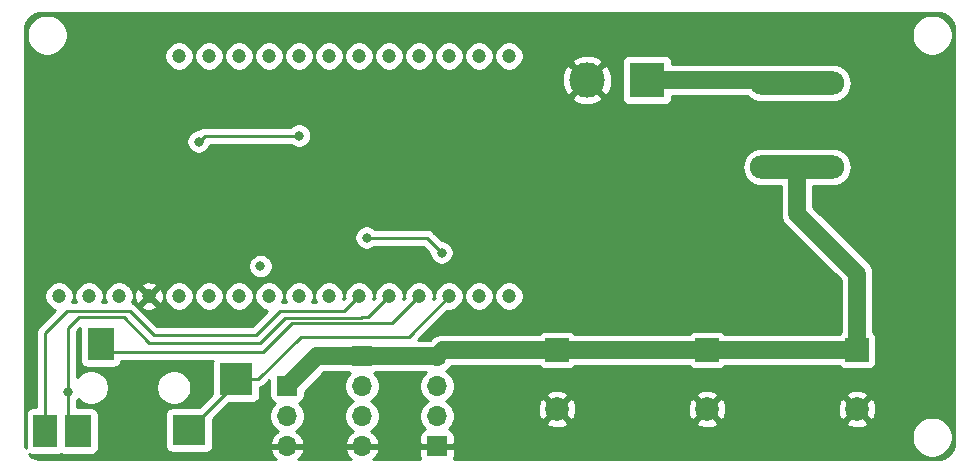
<source format=gtl>
G04 #@! TF.GenerationSoftware,KiCad,Pcbnew,(5.1.7)-1*
G04 #@! TF.CreationDate,2021-05-02T01:56:36-07:00*
G04 #@! TF.ProjectId,computer_rgb_controller,636f6d70-7574-4657-925f-7267625f636f,rev?*
G04 #@! TF.SameCoordinates,Original*
G04 #@! TF.FileFunction,Copper,L1,Top*
G04 #@! TF.FilePolarity,Positive*
%FSLAX46Y46*%
G04 Gerber Fmt 4.6, Leading zero omitted, Abs format (unit mm)*
G04 Created by KiCad (PCBNEW (5.1.7)-1) date 2021-05-02 01:56:36*
%MOMM*%
%LPD*%
G01*
G04 APERTURE LIST*
G04 #@! TA.AperFunction,ComponentPad*
%ADD10R,2.000000X2.000000*%
G04 #@! TD*
G04 #@! TA.AperFunction,ComponentPad*
%ADD11C,2.000000*%
G04 #@! TD*
G04 #@! TA.AperFunction,ComponentPad*
%ADD12R,1.700000X1.700000*%
G04 #@! TD*
G04 #@! TA.AperFunction,ComponentPad*
%ADD13O,1.700000X1.700000*%
G04 #@! TD*
G04 #@! TA.AperFunction,ComponentPad*
%ADD14R,3.000000X3.000000*%
G04 #@! TD*
G04 #@! TA.AperFunction,ComponentPad*
%ADD15C,3.000000*%
G04 #@! TD*
G04 #@! TA.AperFunction,ComponentPad*
%ADD16O,8.000000X2.000000*%
G04 #@! TD*
G04 #@! TA.AperFunction,ComponentPad*
%ADD17C,1.200000*%
G04 #@! TD*
G04 #@! TA.AperFunction,SMDPad,CuDef*
%ADD18R,2.000000X2.800000*%
G04 #@! TD*
G04 #@! TA.AperFunction,SMDPad,CuDef*
%ADD19R,2.800000X2.600000*%
G04 #@! TD*
G04 #@! TA.AperFunction,SMDPad,CuDef*
%ADD20R,2.200000X2.800000*%
G04 #@! TD*
G04 #@! TA.AperFunction,SMDPad,CuDef*
%ADD21R,2.800000X2.800000*%
G04 #@! TD*
G04 #@! TA.AperFunction,ViaPad*
%ADD22C,0.800000*%
G04 #@! TD*
G04 #@! TA.AperFunction,Conductor*
%ADD23C,1.500000*%
G04 #@! TD*
G04 #@! TA.AperFunction,Conductor*
%ADD24C,0.250000*%
G04 #@! TD*
G04 #@! TA.AperFunction,Conductor*
%ADD25C,0.254000*%
G04 #@! TD*
G04 #@! TA.AperFunction,Conductor*
%ADD26C,0.100000*%
G04 #@! TD*
G04 APERTURE END LIST*
D10*
X123190000Y-63500000D03*
D11*
X123190000Y-68500000D03*
D10*
X148590000Y-63500000D03*
D11*
X148590000Y-68500000D03*
X135890000Y-68500000D03*
D10*
X135890000Y-63500000D03*
D12*
X106680000Y-64008000D03*
D13*
X106680000Y-66548000D03*
X106680000Y-69088000D03*
X106680000Y-71628000D03*
D12*
X113030000Y-71628000D03*
D13*
X113030000Y-69088000D03*
X113030000Y-66548000D03*
X113030000Y-64008000D03*
D12*
X100330000Y-66548000D03*
D13*
X100330000Y-69088000D03*
X100330000Y-71628000D03*
D14*
X130810000Y-40640000D03*
D15*
X125730000Y-40640000D03*
D16*
X143510000Y-48006000D03*
X143510000Y-40894000D03*
D17*
X81026000Y-58928000D03*
X83566000Y-58928000D03*
X86106000Y-58928000D03*
X88646000Y-58928000D03*
X91186000Y-38608000D03*
X91186000Y-58928000D03*
X93726000Y-38608000D03*
X93726000Y-58928000D03*
X96266000Y-38608000D03*
X96266000Y-58928000D03*
X98806000Y-38608000D03*
X98806000Y-58928000D03*
X101346000Y-38608000D03*
X101346000Y-58928000D03*
X103886000Y-38608000D03*
X103886000Y-58928000D03*
X106426000Y-38608000D03*
X106426000Y-58928000D03*
X108966000Y-38608000D03*
X108966000Y-58928000D03*
X111506000Y-38608000D03*
X111506000Y-58928000D03*
X114046000Y-38608000D03*
X114046000Y-58928000D03*
X116586000Y-38608000D03*
X116586000Y-58928000D03*
X119126000Y-38608000D03*
X119126000Y-58928000D03*
D18*
X79845000Y-70375000D03*
D19*
X92045000Y-70275000D03*
D20*
X84545000Y-62975000D03*
X82645000Y-70375000D03*
D21*
X96045000Y-65925000D03*
D22*
X98070000Y-56388000D03*
X81788000Y-67056000D03*
X84545000Y-62975000D03*
X92045000Y-70275000D03*
X101346000Y-45339000D03*
X92837000Y-45847000D03*
X107061000Y-53975000D03*
X113411000Y-55245000D03*
D23*
X143510000Y-48006000D02*
X143510000Y-51943000D01*
X148590000Y-57023000D02*
X148590000Y-63500000D01*
X143510000Y-51943000D02*
X148590000Y-57023000D01*
X148590000Y-63500000D02*
X135890000Y-63500000D01*
X135890000Y-63500000D02*
X123190000Y-63500000D01*
X113538000Y-63500000D02*
X113030000Y-64008000D01*
X123190000Y-63500000D02*
X113538000Y-63500000D01*
X113030000Y-64008000D02*
X106680000Y-64008000D01*
X102870000Y-64008000D02*
X100330000Y-66548000D01*
X106680000Y-64008000D02*
X102870000Y-64008000D01*
X143256000Y-40640000D02*
X143510000Y-40894000D01*
X130810000Y-40640000D02*
X143256000Y-40640000D01*
D24*
X108966000Y-58928000D02*
X107188000Y-60706000D01*
X106622010Y-60763990D02*
X100145010Y-60763990D01*
X106680000Y-60706000D02*
X106622010Y-60763990D01*
X107188000Y-60706000D02*
X106680000Y-60706000D01*
X100145010Y-60763990D02*
X98044000Y-62865000D01*
X98044000Y-62865000D02*
X88646000Y-62865000D01*
X88646000Y-62865000D02*
X86487000Y-60706000D01*
X86487000Y-60706000D02*
X82677000Y-60706000D01*
X82677000Y-60706000D02*
X81788000Y-61595000D01*
X81788000Y-69518000D02*
X82645000Y-70375000D01*
X81788000Y-67056000D02*
X81788000Y-69518000D01*
X81788000Y-61595000D02*
X81788000Y-67056000D01*
X111506000Y-58928000D02*
X109220000Y-61214000D01*
X109220000Y-61214000D02*
X100711000Y-61214000D01*
X100711000Y-61214000D02*
X98298000Y-63627000D01*
X85197000Y-63627000D02*
X84545000Y-62975000D01*
X98298000Y-63627000D02*
X85197000Y-63627000D01*
X96045000Y-66275000D02*
X92045000Y-70275000D01*
X96045000Y-65925000D02*
X96045000Y-66275000D01*
X96045000Y-65925000D02*
X97524000Y-65925000D01*
X114046000Y-58928000D02*
X110617000Y-62357000D01*
X110617000Y-62357000D02*
X101473000Y-62357000D01*
X97905000Y-65925000D02*
X96045000Y-65925000D01*
X101473000Y-62357000D02*
X97905000Y-65925000D01*
X79845000Y-62014000D02*
X79845000Y-70375000D01*
X81661000Y-60198000D02*
X79845000Y-62014000D01*
X89027000Y-62230000D02*
X86995000Y-60198000D01*
X97663000Y-62230000D02*
X89027000Y-62230000D01*
X99695000Y-60198000D02*
X97663000Y-62230000D01*
X86995000Y-60198000D02*
X81661000Y-60198000D01*
X105156000Y-60198000D02*
X99695000Y-60198000D01*
X106426000Y-58928000D02*
X105156000Y-60198000D01*
X101346000Y-45339000D02*
X95377000Y-45339000D01*
X93345000Y-45339000D02*
X92837000Y-45847000D01*
X95377000Y-45339000D02*
X93345000Y-45339000D01*
X112141000Y-53975000D02*
X113411000Y-55245000D01*
X107061000Y-53975000D02*
X112141000Y-53975000D01*
D25*
X155713875Y-34979234D02*
X155969622Y-35056448D01*
X156205504Y-35181869D01*
X156412530Y-35350716D01*
X156582813Y-35556554D01*
X156709879Y-35791556D01*
X156788876Y-36046756D01*
X156820001Y-36342891D01*
X156820000Y-71341721D01*
X156790766Y-71639876D01*
X156713551Y-71895624D01*
X156588131Y-72131504D01*
X156419289Y-72338525D01*
X156213446Y-72508813D01*
X155978444Y-72635879D01*
X155723240Y-72714877D01*
X155427118Y-72746000D01*
X114456770Y-72746000D01*
X114469502Y-72722180D01*
X114505812Y-72602482D01*
X114518072Y-72478000D01*
X114515000Y-71913750D01*
X114356250Y-71755000D01*
X113157000Y-71755000D01*
X113157000Y-71775000D01*
X112903000Y-71775000D01*
X112903000Y-71755000D01*
X111703750Y-71755000D01*
X111545000Y-71913750D01*
X111541928Y-72478000D01*
X111554188Y-72602482D01*
X111590498Y-72722180D01*
X111603230Y-72746000D01*
X107646977Y-72746000D01*
X107777588Y-72628269D01*
X107951641Y-72394920D01*
X108076825Y-72132099D01*
X108121476Y-71984890D01*
X108000155Y-71755000D01*
X106807000Y-71755000D01*
X106807000Y-71775000D01*
X106553000Y-71775000D01*
X106553000Y-71755000D01*
X105359845Y-71755000D01*
X105238524Y-71984890D01*
X105283175Y-72132099D01*
X105408359Y-72394920D01*
X105582412Y-72628269D01*
X105713023Y-72746000D01*
X101296977Y-72746000D01*
X101427588Y-72628269D01*
X101601641Y-72394920D01*
X101726825Y-72132099D01*
X101771476Y-71984890D01*
X101650155Y-71755000D01*
X100457000Y-71755000D01*
X100457000Y-71775000D01*
X100203000Y-71775000D01*
X100203000Y-71755000D01*
X99009845Y-71755000D01*
X98888524Y-71984890D01*
X98933175Y-72132099D01*
X99058359Y-72394920D01*
X99232412Y-72628269D01*
X99363023Y-72746000D01*
X79534279Y-72746000D01*
X79236124Y-72716766D01*
X78980376Y-72639551D01*
X78744496Y-72514131D01*
X78537475Y-72345289D01*
X78515754Y-72319033D01*
X78600820Y-72364502D01*
X78720518Y-72400812D01*
X78845000Y-72413072D01*
X80845000Y-72413072D01*
X80969482Y-72400812D01*
X81089180Y-72364502D01*
X81195000Y-72307939D01*
X81300820Y-72364502D01*
X81420518Y-72400812D01*
X81545000Y-72413072D01*
X83745000Y-72413072D01*
X83869482Y-72400812D01*
X83989180Y-72364502D01*
X84099494Y-72305537D01*
X84196185Y-72226185D01*
X84275537Y-72129494D01*
X84334502Y-72019180D01*
X84370812Y-71899482D01*
X84383072Y-71775000D01*
X84383072Y-68975000D01*
X84370812Y-68850518D01*
X84334502Y-68730820D01*
X84275537Y-68620506D01*
X84196185Y-68523815D01*
X84099494Y-68444463D01*
X83989180Y-68385498D01*
X83869482Y-68349188D01*
X83745000Y-68336928D01*
X82548000Y-68336928D01*
X82548000Y-67759711D01*
X82591937Y-67715774D01*
X82629480Y-67659587D01*
X82798368Y-67828475D01*
X83041589Y-67990990D01*
X83311842Y-68102932D01*
X83598740Y-68160000D01*
X83891260Y-68160000D01*
X84178158Y-68102932D01*
X84448411Y-67990990D01*
X84691632Y-67828475D01*
X84898475Y-67621632D01*
X85060990Y-67378411D01*
X85172932Y-67108158D01*
X85230000Y-66821260D01*
X85230000Y-66528740D01*
X89260000Y-66528740D01*
X89260000Y-66821260D01*
X89317068Y-67108158D01*
X89429010Y-67378411D01*
X89591525Y-67621632D01*
X89798368Y-67828475D01*
X90041589Y-67990990D01*
X90311842Y-68102932D01*
X90598740Y-68160000D01*
X90891260Y-68160000D01*
X91178158Y-68102932D01*
X91448411Y-67990990D01*
X91691632Y-67828475D01*
X91898475Y-67621632D01*
X92060990Y-67378411D01*
X92172932Y-67108158D01*
X92230000Y-66821260D01*
X92230000Y-66528740D01*
X92172932Y-66241842D01*
X92060990Y-65971589D01*
X91898475Y-65728368D01*
X91691632Y-65521525D01*
X91448411Y-65359010D01*
X91178158Y-65247068D01*
X90891260Y-65190000D01*
X90598740Y-65190000D01*
X90311842Y-65247068D01*
X90041589Y-65359010D01*
X89798368Y-65521525D01*
X89591525Y-65728368D01*
X89429010Y-65971589D01*
X89317068Y-66241842D01*
X89260000Y-66528740D01*
X85230000Y-66528740D01*
X85172932Y-66241842D01*
X85060990Y-65971589D01*
X84898475Y-65728368D01*
X84691632Y-65521525D01*
X84448411Y-65359010D01*
X84178158Y-65247068D01*
X83891260Y-65190000D01*
X83598740Y-65190000D01*
X83311842Y-65247068D01*
X83041589Y-65359010D01*
X82798368Y-65521525D01*
X82591525Y-65728368D01*
X82548000Y-65793508D01*
X82548000Y-61909801D01*
X82806928Y-61650874D01*
X82806928Y-64375000D01*
X82819188Y-64499482D01*
X82855498Y-64619180D01*
X82914463Y-64729494D01*
X82993815Y-64826185D01*
X83090506Y-64905537D01*
X83200820Y-64964502D01*
X83320518Y-65000812D01*
X83445000Y-65013072D01*
X85645000Y-65013072D01*
X85769482Y-65000812D01*
X85889180Y-64964502D01*
X85999494Y-64905537D01*
X86096185Y-64826185D01*
X86175537Y-64729494D01*
X86234502Y-64619180D01*
X86270812Y-64499482D01*
X86281890Y-64387000D01*
X94023289Y-64387000D01*
X94019188Y-64400518D01*
X94006928Y-64525000D01*
X94006928Y-67238270D01*
X92908271Y-68336928D01*
X90645000Y-68336928D01*
X90520518Y-68349188D01*
X90400820Y-68385498D01*
X90290506Y-68444463D01*
X90193815Y-68523815D01*
X90114463Y-68620506D01*
X90055498Y-68730820D01*
X90019188Y-68850518D01*
X90006928Y-68975000D01*
X90006928Y-71575000D01*
X90019188Y-71699482D01*
X90055498Y-71819180D01*
X90114463Y-71929494D01*
X90193815Y-72026185D01*
X90290506Y-72105537D01*
X90400820Y-72164502D01*
X90520518Y-72200812D01*
X90645000Y-72213072D01*
X93445000Y-72213072D01*
X93569482Y-72200812D01*
X93689180Y-72164502D01*
X93799494Y-72105537D01*
X93896185Y-72026185D01*
X93975537Y-71929494D01*
X94034502Y-71819180D01*
X94070812Y-71699482D01*
X94083072Y-71575000D01*
X94083072Y-69311729D01*
X95431730Y-67963072D01*
X97445000Y-67963072D01*
X97569482Y-67950812D01*
X97689180Y-67914502D01*
X97799494Y-67855537D01*
X97896185Y-67776185D01*
X97975537Y-67679494D01*
X98034502Y-67569180D01*
X98070812Y-67449482D01*
X98083072Y-67325000D01*
X98083072Y-66665180D01*
X98197247Y-66630546D01*
X98329276Y-66559974D01*
X98445001Y-66465001D01*
X98468804Y-66435997D01*
X98841928Y-66062873D01*
X98841928Y-67398000D01*
X98854188Y-67522482D01*
X98890498Y-67642180D01*
X98949463Y-67752494D01*
X99028815Y-67849185D01*
X99125506Y-67928537D01*
X99235820Y-67987502D01*
X99308380Y-68009513D01*
X99176525Y-68141368D01*
X99014010Y-68384589D01*
X98902068Y-68654842D01*
X98845000Y-68941740D01*
X98845000Y-69234260D01*
X98902068Y-69521158D01*
X99014010Y-69791411D01*
X99176525Y-70034632D01*
X99383368Y-70241475D01*
X99565534Y-70363195D01*
X99448645Y-70432822D01*
X99232412Y-70627731D01*
X99058359Y-70861080D01*
X98933175Y-71123901D01*
X98888524Y-71271110D01*
X99009845Y-71501000D01*
X100203000Y-71501000D01*
X100203000Y-71481000D01*
X100457000Y-71481000D01*
X100457000Y-71501000D01*
X101650155Y-71501000D01*
X101771476Y-71271110D01*
X101726825Y-71123901D01*
X101601641Y-70861080D01*
X101427588Y-70627731D01*
X101211355Y-70432822D01*
X101094466Y-70363195D01*
X101276632Y-70241475D01*
X101483475Y-70034632D01*
X101645990Y-69791411D01*
X101757932Y-69521158D01*
X101815000Y-69234260D01*
X101815000Y-68941740D01*
X101757932Y-68654842D01*
X101645990Y-68384589D01*
X101483475Y-68141368D01*
X101351620Y-68009513D01*
X101424180Y-67987502D01*
X101534494Y-67928537D01*
X101631185Y-67849185D01*
X101710537Y-67752494D01*
X101769502Y-67642180D01*
X101805812Y-67522482D01*
X101818072Y-67398000D01*
X101818072Y-67018613D01*
X103443685Y-65393000D01*
X105483856Y-65393000D01*
X105585820Y-65447502D01*
X105658380Y-65469513D01*
X105526525Y-65601368D01*
X105364010Y-65844589D01*
X105252068Y-66114842D01*
X105195000Y-66401740D01*
X105195000Y-66694260D01*
X105252068Y-66981158D01*
X105364010Y-67251411D01*
X105526525Y-67494632D01*
X105733368Y-67701475D01*
X105907760Y-67818000D01*
X105733368Y-67934525D01*
X105526525Y-68141368D01*
X105364010Y-68384589D01*
X105252068Y-68654842D01*
X105195000Y-68941740D01*
X105195000Y-69234260D01*
X105252068Y-69521158D01*
X105364010Y-69791411D01*
X105526525Y-70034632D01*
X105733368Y-70241475D01*
X105915534Y-70363195D01*
X105798645Y-70432822D01*
X105582412Y-70627731D01*
X105408359Y-70861080D01*
X105283175Y-71123901D01*
X105238524Y-71271110D01*
X105359845Y-71501000D01*
X106553000Y-71501000D01*
X106553000Y-71481000D01*
X106807000Y-71481000D01*
X106807000Y-71501000D01*
X108000155Y-71501000D01*
X108121476Y-71271110D01*
X108076825Y-71123901D01*
X107951641Y-70861080D01*
X107777588Y-70627731D01*
X107561355Y-70432822D01*
X107444466Y-70363195D01*
X107626632Y-70241475D01*
X107833475Y-70034632D01*
X107995990Y-69791411D01*
X108107932Y-69521158D01*
X108165000Y-69234260D01*
X108165000Y-68941740D01*
X108107932Y-68654842D01*
X107995990Y-68384589D01*
X107833475Y-68141368D01*
X107626632Y-67934525D01*
X107452240Y-67818000D01*
X107626632Y-67701475D01*
X107833475Y-67494632D01*
X107995990Y-67251411D01*
X108107932Y-66981158D01*
X108165000Y-66694260D01*
X108165000Y-66401740D01*
X108107932Y-66114842D01*
X107995990Y-65844589D01*
X107833475Y-65601368D01*
X107701620Y-65469513D01*
X107774180Y-65447502D01*
X107876144Y-65393000D01*
X112085650Y-65393000D01*
X112083368Y-65394525D01*
X111876525Y-65601368D01*
X111714010Y-65844589D01*
X111602068Y-66114842D01*
X111545000Y-66401740D01*
X111545000Y-66694260D01*
X111602068Y-66981158D01*
X111714010Y-67251411D01*
X111876525Y-67494632D01*
X112083368Y-67701475D01*
X112257760Y-67818000D01*
X112083368Y-67934525D01*
X111876525Y-68141368D01*
X111714010Y-68384589D01*
X111602068Y-68654842D01*
X111545000Y-68941740D01*
X111545000Y-69234260D01*
X111602068Y-69521158D01*
X111714010Y-69791411D01*
X111876525Y-70034632D01*
X112008380Y-70166487D01*
X111935820Y-70188498D01*
X111825506Y-70247463D01*
X111728815Y-70326815D01*
X111649463Y-70423506D01*
X111590498Y-70533820D01*
X111554188Y-70653518D01*
X111541928Y-70778000D01*
X111545000Y-71342250D01*
X111703750Y-71501000D01*
X112903000Y-71501000D01*
X112903000Y-71481000D01*
X113157000Y-71481000D01*
X113157000Y-71501000D01*
X114356250Y-71501000D01*
X114515000Y-71342250D01*
X114518072Y-70778000D01*
X114509910Y-70695117D01*
X153205000Y-70695117D01*
X153205000Y-71036883D01*
X153271675Y-71372081D01*
X153402463Y-71687831D01*
X153592337Y-71971998D01*
X153834002Y-72213663D01*
X154118169Y-72403537D01*
X154433919Y-72534325D01*
X154769117Y-72601000D01*
X155110883Y-72601000D01*
X155446081Y-72534325D01*
X155761831Y-72403537D01*
X156045998Y-72213663D01*
X156287663Y-71971998D01*
X156477537Y-71687831D01*
X156608325Y-71372081D01*
X156675000Y-71036883D01*
X156675000Y-70695117D01*
X156608325Y-70359919D01*
X156477537Y-70044169D01*
X156287663Y-69760002D01*
X156045998Y-69518337D01*
X155761831Y-69328463D01*
X155446081Y-69197675D01*
X155110883Y-69131000D01*
X154769117Y-69131000D01*
X154433919Y-69197675D01*
X154118169Y-69328463D01*
X153834002Y-69518337D01*
X153592337Y-69760002D01*
X153402463Y-70044169D01*
X153271675Y-70359919D01*
X153205000Y-70695117D01*
X114509910Y-70695117D01*
X114505812Y-70653518D01*
X114469502Y-70533820D01*
X114410537Y-70423506D01*
X114331185Y-70326815D01*
X114234494Y-70247463D01*
X114124180Y-70188498D01*
X114051620Y-70166487D01*
X114183475Y-70034632D01*
X114345990Y-69791411D01*
X114410606Y-69635413D01*
X122234192Y-69635413D01*
X122329956Y-69899814D01*
X122619571Y-70040704D01*
X122931108Y-70122384D01*
X123252595Y-70141718D01*
X123571675Y-70097961D01*
X123876088Y-69992795D01*
X124050044Y-69899814D01*
X124145808Y-69635413D01*
X134934192Y-69635413D01*
X135029956Y-69899814D01*
X135319571Y-70040704D01*
X135631108Y-70122384D01*
X135952595Y-70141718D01*
X136271675Y-70097961D01*
X136576088Y-69992795D01*
X136750044Y-69899814D01*
X136845808Y-69635413D01*
X147634192Y-69635413D01*
X147729956Y-69899814D01*
X148019571Y-70040704D01*
X148331108Y-70122384D01*
X148652595Y-70141718D01*
X148971675Y-70097961D01*
X149276088Y-69992795D01*
X149450044Y-69899814D01*
X149545808Y-69635413D01*
X148590000Y-68679605D01*
X147634192Y-69635413D01*
X136845808Y-69635413D01*
X135890000Y-68679605D01*
X134934192Y-69635413D01*
X124145808Y-69635413D01*
X123190000Y-68679605D01*
X122234192Y-69635413D01*
X114410606Y-69635413D01*
X114457932Y-69521158D01*
X114515000Y-69234260D01*
X114515000Y-68941740D01*
X114457932Y-68654842D01*
X114419723Y-68562595D01*
X121548282Y-68562595D01*
X121592039Y-68881675D01*
X121697205Y-69186088D01*
X121790186Y-69360044D01*
X122054587Y-69455808D01*
X123010395Y-68500000D01*
X123369605Y-68500000D01*
X124325413Y-69455808D01*
X124589814Y-69360044D01*
X124730704Y-69070429D01*
X124812384Y-68758892D01*
X124824189Y-68562595D01*
X134248282Y-68562595D01*
X134292039Y-68881675D01*
X134397205Y-69186088D01*
X134490186Y-69360044D01*
X134754587Y-69455808D01*
X135710395Y-68500000D01*
X136069605Y-68500000D01*
X137025413Y-69455808D01*
X137289814Y-69360044D01*
X137430704Y-69070429D01*
X137512384Y-68758892D01*
X137524189Y-68562595D01*
X146948282Y-68562595D01*
X146992039Y-68881675D01*
X147097205Y-69186088D01*
X147190186Y-69360044D01*
X147454587Y-69455808D01*
X148410395Y-68500000D01*
X148769605Y-68500000D01*
X149725413Y-69455808D01*
X149989814Y-69360044D01*
X150130704Y-69070429D01*
X150212384Y-68758892D01*
X150231718Y-68437405D01*
X150187961Y-68118325D01*
X150082795Y-67813912D01*
X149989814Y-67639956D01*
X149725413Y-67544192D01*
X148769605Y-68500000D01*
X148410395Y-68500000D01*
X147454587Y-67544192D01*
X147190186Y-67639956D01*
X147049296Y-67929571D01*
X146967616Y-68241108D01*
X146948282Y-68562595D01*
X137524189Y-68562595D01*
X137531718Y-68437405D01*
X137487961Y-68118325D01*
X137382795Y-67813912D01*
X137289814Y-67639956D01*
X137025413Y-67544192D01*
X136069605Y-68500000D01*
X135710395Y-68500000D01*
X134754587Y-67544192D01*
X134490186Y-67639956D01*
X134349296Y-67929571D01*
X134267616Y-68241108D01*
X134248282Y-68562595D01*
X124824189Y-68562595D01*
X124831718Y-68437405D01*
X124787961Y-68118325D01*
X124682795Y-67813912D01*
X124589814Y-67639956D01*
X124325413Y-67544192D01*
X123369605Y-68500000D01*
X123010395Y-68500000D01*
X122054587Y-67544192D01*
X121790186Y-67639956D01*
X121649296Y-67929571D01*
X121567616Y-68241108D01*
X121548282Y-68562595D01*
X114419723Y-68562595D01*
X114345990Y-68384589D01*
X114183475Y-68141368D01*
X113976632Y-67934525D01*
X113802240Y-67818000D01*
X113976632Y-67701475D01*
X114183475Y-67494632D01*
X114270368Y-67364587D01*
X122234192Y-67364587D01*
X123190000Y-68320395D01*
X124145808Y-67364587D01*
X134934192Y-67364587D01*
X135890000Y-68320395D01*
X136845808Y-67364587D01*
X147634192Y-67364587D01*
X148590000Y-68320395D01*
X149545808Y-67364587D01*
X149450044Y-67100186D01*
X149160429Y-66959296D01*
X148848892Y-66877616D01*
X148527405Y-66858282D01*
X148208325Y-66902039D01*
X147903912Y-67007205D01*
X147729956Y-67100186D01*
X147634192Y-67364587D01*
X136845808Y-67364587D01*
X136750044Y-67100186D01*
X136460429Y-66959296D01*
X136148892Y-66877616D01*
X135827405Y-66858282D01*
X135508325Y-66902039D01*
X135203912Y-67007205D01*
X135029956Y-67100186D01*
X134934192Y-67364587D01*
X124145808Y-67364587D01*
X124050044Y-67100186D01*
X123760429Y-66959296D01*
X123448892Y-66877616D01*
X123127405Y-66858282D01*
X122808325Y-66902039D01*
X122503912Y-67007205D01*
X122329956Y-67100186D01*
X122234192Y-67364587D01*
X114270368Y-67364587D01*
X114345990Y-67251411D01*
X114457932Y-66981158D01*
X114515000Y-66694260D01*
X114515000Y-66401740D01*
X114457932Y-66114842D01*
X114345990Y-65844589D01*
X114183475Y-65601368D01*
X113976632Y-65394525D01*
X113802240Y-65278000D01*
X113976632Y-65161475D01*
X114183475Y-64954632D01*
X114230002Y-64885000D01*
X121684499Y-64885000D01*
X121738815Y-64951185D01*
X121835506Y-65030537D01*
X121945820Y-65089502D01*
X122065518Y-65125812D01*
X122190000Y-65138072D01*
X124190000Y-65138072D01*
X124314482Y-65125812D01*
X124434180Y-65089502D01*
X124544494Y-65030537D01*
X124641185Y-64951185D01*
X124695501Y-64885000D01*
X134384499Y-64885000D01*
X134438815Y-64951185D01*
X134535506Y-65030537D01*
X134645820Y-65089502D01*
X134765518Y-65125812D01*
X134890000Y-65138072D01*
X136890000Y-65138072D01*
X137014482Y-65125812D01*
X137134180Y-65089502D01*
X137244494Y-65030537D01*
X137341185Y-64951185D01*
X137395501Y-64885000D01*
X147084499Y-64885000D01*
X147138815Y-64951185D01*
X147235506Y-65030537D01*
X147345820Y-65089502D01*
X147465518Y-65125812D01*
X147590000Y-65138072D01*
X149590000Y-65138072D01*
X149714482Y-65125812D01*
X149834180Y-65089502D01*
X149944494Y-65030537D01*
X150041185Y-64951185D01*
X150120537Y-64854494D01*
X150179502Y-64744180D01*
X150215812Y-64624482D01*
X150228072Y-64500000D01*
X150228072Y-62500000D01*
X150215812Y-62375518D01*
X150179502Y-62255820D01*
X150120537Y-62145506D01*
X150041185Y-62048815D01*
X149975000Y-61994499D01*
X149975000Y-57091029D01*
X149981700Y-57023000D01*
X149975000Y-56954971D01*
X149975000Y-56954963D01*
X149954960Y-56751493D01*
X149936276Y-56689898D01*
X149875764Y-56490419D01*
X149766532Y-56286061D01*
X149747157Y-56249812D01*
X149675259Y-56162205D01*
X149617452Y-56091766D01*
X149617445Y-56091759D01*
X149574080Y-56038919D01*
X149521241Y-55995555D01*
X144895000Y-51369315D01*
X144895000Y-49641000D01*
X146590322Y-49641000D01*
X146830516Y-49617343D01*
X147138715Y-49523852D01*
X147422752Y-49372031D01*
X147671714Y-49167714D01*
X147876031Y-48918752D01*
X148027852Y-48634715D01*
X148121343Y-48326516D01*
X148152911Y-48006000D01*
X148121343Y-47685484D01*
X148027852Y-47377285D01*
X147876031Y-47093248D01*
X147671714Y-46844286D01*
X147422752Y-46639969D01*
X147138715Y-46488148D01*
X146830516Y-46394657D01*
X146590322Y-46371000D01*
X140429678Y-46371000D01*
X140189484Y-46394657D01*
X139881285Y-46488148D01*
X139597248Y-46639969D01*
X139348286Y-46844286D01*
X139143969Y-47093248D01*
X138992148Y-47377285D01*
X138898657Y-47685484D01*
X138867089Y-48006000D01*
X138898657Y-48326516D01*
X138992148Y-48634715D01*
X139143969Y-48918752D01*
X139348286Y-49167714D01*
X139597248Y-49372031D01*
X139881285Y-49523852D01*
X140189484Y-49617343D01*
X140429678Y-49641000D01*
X142125000Y-49641000D01*
X142125001Y-51874961D01*
X142118300Y-51943000D01*
X142145040Y-52214507D01*
X142224236Y-52475580D01*
X142352844Y-52716188D01*
X142482548Y-52874233D01*
X142482551Y-52874236D01*
X142525920Y-52927081D01*
X142578764Y-52970449D01*
X147205000Y-57596686D01*
X147205001Y-61994498D01*
X147138815Y-62048815D01*
X147084499Y-62115000D01*
X137395501Y-62115000D01*
X137341185Y-62048815D01*
X137244494Y-61969463D01*
X137134180Y-61910498D01*
X137014482Y-61874188D01*
X136890000Y-61861928D01*
X134890000Y-61861928D01*
X134765518Y-61874188D01*
X134645820Y-61910498D01*
X134535506Y-61969463D01*
X134438815Y-62048815D01*
X134384499Y-62115000D01*
X124695501Y-62115000D01*
X124641185Y-62048815D01*
X124544494Y-61969463D01*
X124434180Y-61910498D01*
X124314482Y-61874188D01*
X124190000Y-61861928D01*
X122190000Y-61861928D01*
X122065518Y-61874188D01*
X121945820Y-61910498D01*
X121835506Y-61969463D01*
X121738815Y-62048815D01*
X121684499Y-62115000D01*
X113606026Y-62115000D01*
X113537999Y-62108300D01*
X113469972Y-62115000D01*
X113469963Y-62115000D01*
X113266493Y-62135040D01*
X113005419Y-62214236D01*
X112764812Y-62342843D01*
X112553919Y-62515919D01*
X112510542Y-62568774D01*
X112456316Y-62623000D01*
X111425801Y-62623000D01*
X113892199Y-60156602D01*
X113924363Y-60163000D01*
X114167637Y-60163000D01*
X114406236Y-60115540D01*
X114630992Y-60022443D01*
X114833267Y-59887287D01*
X115005287Y-59715267D01*
X115140443Y-59512992D01*
X115233540Y-59288236D01*
X115281000Y-59049637D01*
X115281000Y-58806363D01*
X115351000Y-58806363D01*
X115351000Y-59049637D01*
X115398460Y-59288236D01*
X115491557Y-59512992D01*
X115626713Y-59715267D01*
X115798733Y-59887287D01*
X116001008Y-60022443D01*
X116225764Y-60115540D01*
X116464363Y-60163000D01*
X116707637Y-60163000D01*
X116946236Y-60115540D01*
X117170992Y-60022443D01*
X117373267Y-59887287D01*
X117545287Y-59715267D01*
X117680443Y-59512992D01*
X117773540Y-59288236D01*
X117821000Y-59049637D01*
X117821000Y-58806363D01*
X117891000Y-58806363D01*
X117891000Y-59049637D01*
X117938460Y-59288236D01*
X118031557Y-59512992D01*
X118166713Y-59715267D01*
X118338733Y-59887287D01*
X118541008Y-60022443D01*
X118765764Y-60115540D01*
X119004363Y-60163000D01*
X119247637Y-60163000D01*
X119486236Y-60115540D01*
X119710992Y-60022443D01*
X119913267Y-59887287D01*
X120085287Y-59715267D01*
X120220443Y-59512992D01*
X120313540Y-59288236D01*
X120361000Y-59049637D01*
X120361000Y-58806363D01*
X120313540Y-58567764D01*
X120220443Y-58343008D01*
X120085287Y-58140733D01*
X119913267Y-57968713D01*
X119710992Y-57833557D01*
X119486236Y-57740460D01*
X119247637Y-57693000D01*
X119004363Y-57693000D01*
X118765764Y-57740460D01*
X118541008Y-57833557D01*
X118338733Y-57968713D01*
X118166713Y-58140733D01*
X118031557Y-58343008D01*
X117938460Y-58567764D01*
X117891000Y-58806363D01*
X117821000Y-58806363D01*
X117773540Y-58567764D01*
X117680443Y-58343008D01*
X117545287Y-58140733D01*
X117373267Y-57968713D01*
X117170992Y-57833557D01*
X116946236Y-57740460D01*
X116707637Y-57693000D01*
X116464363Y-57693000D01*
X116225764Y-57740460D01*
X116001008Y-57833557D01*
X115798733Y-57968713D01*
X115626713Y-58140733D01*
X115491557Y-58343008D01*
X115398460Y-58567764D01*
X115351000Y-58806363D01*
X115281000Y-58806363D01*
X115233540Y-58567764D01*
X115140443Y-58343008D01*
X115005287Y-58140733D01*
X114833267Y-57968713D01*
X114630992Y-57833557D01*
X114406236Y-57740460D01*
X114167637Y-57693000D01*
X113924363Y-57693000D01*
X113685764Y-57740460D01*
X113461008Y-57833557D01*
X113258733Y-57968713D01*
X113086713Y-58140733D01*
X112951557Y-58343008D01*
X112858460Y-58567764D01*
X112811000Y-58806363D01*
X112811000Y-59049637D01*
X112817398Y-59081801D01*
X112714044Y-59185154D01*
X112741000Y-59049637D01*
X112741000Y-58806363D01*
X112693540Y-58567764D01*
X112600443Y-58343008D01*
X112465287Y-58140733D01*
X112293267Y-57968713D01*
X112090992Y-57833557D01*
X111866236Y-57740460D01*
X111627637Y-57693000D01*
X111384363Y-57693000D01*
X111145764Y-57740460D01*
X110921008Y-57833557D01*
X110718733Y-57968713D01*
X110546713Y-58140733D01*
X110411557Y-58343008D01*
X110318460Y-58567764D01*
X110271000Y-58806363D01*
X110271000Y-59049637D01*
X110277398Y-59081801D01*
X110174044Y-59185154D01*
X110201000Y-59049637D01*
X110201000Y-58806363D01*
X110153540Y-58567764D01*
X110060443Y-58343008D01*
X109925287Y-58140733D01*
X109753267Y-57968713D01*
X109550992Y-57833557D01*
X109326236Y-57740460D01*
X109087637Y-57693000D01*
X108844363Y-57693000D01*
X108605764Y-57740460D01*
X108381008Y-57833557D01*
X108178733Y-57968713D01*
X108006713Y-58140733D01*
X107871557Y-58343008D01*
X107778460Y-58567764D01*
X107731000Y-58806363D01*
X107731000Y-59049637D01*
X107737398Y-59081801D01*
X107634044Y-59185154D01*
X107661000Y-59049637D01*
X107661000Y-58806363D01*
X107613540Y-58567764D01*
X107520443Y-58343008D01*
X107385287Y-58140733D01*
X107213267Y-57968713D01*
X107010992Y-57833557D01*
X106786236Y-57740460D01*
X106547637Y-57693000D01*
X106304363Y-57693000D01*
X106065764Y-57740460D01*
X105841008Y-57833557D01*
X105638733Y-57968713D01*
X105466713Y-58140733D01*
X105331557Y-58343008D01*
X105238460Y-58567764D01*
X105191000Y-58806363D01*
X105191000Y-59049637D01*
X105197398Y-59081801D01*
X105094044Y-59185155D01*
X105121000Y-59049637D01*
X105121000Y-58806363D01*
X105073540Y-58567764D01*
X104980443Y-58343008D01*
X104845287Y-58140733D01*
X104673267Y-57968713D01*
X104470992Y-57833557D01*
X104246236Y-57740460D01*
X104007637Y-57693000D01*
X103764363Y-57693000D01*
X103525764Y-57740460D01*
X103301008Y-57833557D01*
X103098733Y-57968713D01*
X102926713Y-58140733D01*
X102791557Y-58343008D01*
X102698460Y-58567764D01*
X102651000Y-58806363D01*
X102651000Y-59049637D01*
X102698460Y-59288236D01*
X102760494Y-59438000D01*
X102471506Y-59438000D01*
X102533540Y-59288236D01*
X102581000Y-59049637D01*
X102581000Y-58806363D01*
X102533540Y-58567764D01*
X102440443Y-58343008D01*
X102305287Y-58140733D01*
X102133267Y-57968713D01*
X101930992Y-57833557D01*
X101706236Y-57740460D01*
X101467637Y-57693000D01*
X101224363Y-57693000D01*
X100985764Y-57740460D01*
X100761008Y-57833557D01*
X100558733Y-57968713D01*
X100386713Y-58140733D01*
X100251557Y-58343008D01*
X100158460Y-58567764D01*
X100111000Y-58806363D01*
X100111000Y-59049637D01*
X100158460Y-59288236D01*
X100220494Y-59438000D01*
X99931506Y-59438000D01*
X99993540Y-59288236D01*
X100041000Y-59049637D01*
X100041000Y-58806363D01*
X99993540Y-58567764D01*
X99900443Y-58343008D01*
X99765287Y-58140733D01*
X99593267Y-57968713D01*
X99390992Y-57833557D01*
X99166236Y-57740460D01*
X98927637Y-57693000D01*
X98684363Y-57693000D01*
X98445764Y-57740460D01*
X98221008Y-57833557D01*
X98018733Y-57968713D01*
X97846713Y-58140733D01*
X97711557Y-58343008D01*
X97618460Y-58567764D01*
X97571000Y-58806363D01*
X97571000Y-59049637D01*
X97618460Y-59288236D01*
X97711557Y-59512992D01*
X97846713Y-59715267D01*
X98018733Y-59887287D01*
X98221008Y-60022443D01*
X98445764Y-60115540D01*
X98660037Y-60158161D01*
X97348199Y-61470000D01*
X89341802Y-61470000D01*
X87649566Y-59777764D01*
X87975841Y-59777764D01*
X88023148Y-60001348D01*
X88244516Y-60102237D01*
X88481313Y-60158000D01*
X88724438Y-60166495D01*
X88964549Y-60127395D01*
X89192418Y-60042202D01*
X89268852Y-60001348D01*
X89316159Y-59777764D01*
X88646000Y-59107605D01*
X87975841Y-59777764D01*
X87649566Y-59777764D01*
X87558804Y-59687003D01*
X87535001Y-59657999D01*
X87419276Y-59563026D01*
X87287247Y-59492454D01*
X87217690Y-59471354D01*
X87293540Y-59288236D01*
X87341000Y-59049637D01*
X87341000Y-59006438D01*
X87407505Y-59006438D01*
X87446605Y-59246549D01*
X87531798Y-59474418D01*
X87572652Y-59550852D01*
X87796236Y-59598159D01*
X88466395Y-58928000D01*
X88825605Y-58928000D01*
X89495764Y-59598159D01*
X89719348Y-59550852D01*
X89820237Y-59329484D01*
X89876000Y-59092687D01*
X89884495Y-58849562D01*
X89877461Y-58806363D01*
X89951000Y-58806363D01*
X89951000Y-59049637D01*
X89998460Y-59288236D01*
X90091557Y-59512992D01*
X90226713Y-59715267D01*
X90398733Y-59887287D01*
X90601008Y-60022443D01*
X90825764Y-60115540D01*
X91064363Y-60163000D01*
X91307637Y-60163000D01*
X91546236Y-60115540D01*
X91770992Y-60022443D01*
X91973267Y-59887287D01*
X92145287Y-59715267D01*
X92280443Y-59512992D01*
X92373540Y-59288236D01*
X92421000Y-59049637D01*
X92421000Y-58806363D01*
X92491000Y-58806363D01*
X92491000Y-59049637D01*
X92538460Y-59288236D01*
X92631557Y-59512992D01*
X92766713Y-59715267D01*
X92938733Y-59887287D01*
X93141008Y-60022443D01*
X93365764Y-60115540D01*
X93604363Y-60163000D01*
X93847637Y-60163000D01*
X94086236Y-60115540D01*
X94310992Y-60022443D01*
X94513267Y-59887287D01*
X94685287Y-59715267D01*
X94820443Y-59512992D01*
X94913540Y-59288236D01*
X94961000Y-59049637D01*
X94961000Y-58806363D01*
X95031000Y-58806363D01*
X95031000Y-59049637D01*
X95078460Y-59288236D01*
X95171557Y-59512992D01*
X95306713Y-59715267D01*
X95478733Y-59887287D01*
X95681008Y-60022443D01*
X95905764Y-60115540D01*
X96144363Y-60163000D01*
X96387637Y-60163000D01*
X96626236Y-60115540D01*
X96850992Y-60022443D01*
X97053267Y-59887287D01*
X97225287Y-59715267D01*
X97360443Y-59512992D01*
X97453540Y-59288236D01*
X97501000Y-59049637D01*
X97501000Y-58806363D01*
X97453540Y-58567764D01*
X97360443Y-58343008D01*
X97225287Y-58140733D01*
X97053267Y-57968713D01*
X96850992Y-57833557D01*
X96626236Y-57740460D01*
X96387637Y-57693000D01*
X96144363Y-57693000D01*
X95905764Y-57740460D01*
X95681008Y-57833557D01*
X95478733Y-57968713D01*
X95306713Y-58140733D01*
X95171557Y-58343008D01*
X95078460Y-58567764D01*
X95031000Y-58806363D01*
X94961000Y-58806363D01*
X94913540Y-58567764D01*
X94820443Y-58343008D01*
X94685287Y-58140733D01*
X94513267Y-57968713D01*
X94310992Y-57833557D01*
X94086236Y-57740460D01*
X93847637Y-57693000D01*
X93604363Y-57693000D01*
X93365764Y-57740460D01*
X93141008Y-57833557D01*
X92938733Y-57968713D01*
X92766713Y-58140733D01*
X92631557Y-58343008D01*
X92538460Y-58567764D01*
X92491000Y-58806363D01*
X92421000Y-58806363D01*
X92373540Y-58567764D01*
X92280443Y-58343008D01*
X92145287Y-58140733D01*
X91973267Y-57968713D01*
X91770992Y-57833557D01*
X91546236Y-57740460D01*
X91307637Y-57693000D01*
X91064363Y-57693000D01*
X90825764Y-57740460D01*
X90601008Y-57833557D01*
X90398733Y-57968713D01*
X90226713Y-58140733D01*
X90091557Y-58343008D01*
X89998460Y-58567764D01*
X89951000Y-58806363D01*
X89877461Y-58806363D01*
X89845395Y-58609451D01*
X89760202Y-58381582D01*
X89719348Y-58305148D01*
X89495764Y-58257841D01*
X88825605Y-58928000D01*
X88466395Y-58928000D01*
X87796236Y-58257841D01*
X87572652Y-58305148D01*
X87471763Y-58526516D01*
X87416000Y-58763313D01*
X87407505Y-59006438D01*
X87341000Y-59006438D01*
X87341000Y-58806363D01*
X87293540Y-58567764D01*
X87200443Y-58343008D01*
X87065287Y-58140733D01*
X87002790Y-58078236D01*
X87975841Y-58078236D01*
X88646000Y-58748395D01*
X89316159Y-58078236D01*
X89268852Y-57854652D01*
X89047484Y-57753763D01*
X88810687Y-57698000D01*
X88567562Y-57689505D01*
X88327451Y-57728605D01*
X88099582Y-57813798D01*
X88023148Y-57854652D01*
X87975841Y-58078236D01*
X87002790Y-58078236D01*
X86893267Y-57968713D01*
X86690992Y-57833557D01*
X86466236Y-57740460D01*
X86227637Y-57693000D01*
X85984363Y-57693000D01*
X85745764Y-57740460D01*
X85521008Y-57833557D01*
X85318733Y-57968713D01*
X85146713Y-58140733D01*
X85011557Y-58343008D01*
X84918460Y-58567764D01*
X84871000Y-58806363D01*
X84871000Y-59049637D01*
X84918460Y-59288236D01*
X84980494Y-59438000D01*
X84691506Y-59438000D01*
X84753540Y-59288236D01*
X84801000Y-59049637D01*
X84801000Y-58806363D01*
X84753540Y-58567764D01*
X84660443Y-58343008D01*
X84525287Y-58140733D01*
X84353267Y-57968713D01*
X84150992Y-57833557D01*
X83926236Y-57740460D01*
X83687637Y-57693000D01*
X83444363Y-57693000D01*
X83205764Y-57740460D01*
X82981008Y-57833557D01*
X82778733Y-57968713D01*
X82606713Y-58140733D01*
X82471557Y-58343008D01*
X82378460Y-58567764D01*
X82331000Y-58806363D01*
X82331000Y-59049637D01*
X82378460Y-59288236D01*
X82440494Y-59438000D01*
X82151506Y-59438000D01*
X82213540Y-59288236D01*
X82261000Y-59049637D01*
X82261000Y-58806363D01*
X82213540Y-58567764D01*
X82120443Y-58343008D01*
X81985287Y-58140733D01*
X81813267Y-57968713D01*
X81610992Y-57833557D01*
X81386236Y-57740460D01*
X81147637Y-57693000D01*
X80904363Y-57693000D01*
X80665764Y-57740460D01*
X80441008Y-57833557D01*
X80238733Y-57968713D01*
X80066713Y-58140733D01*
X79931557Y-58343008D01*
X79838460Y-58567764D01*
X79791000Y-58806363D01*
X79791000Y-59049637D01*
X79838460Y-59288236D01*
X79931557Y-59512992D01*
X80066713Y-59715267D01*
X80238733Y-59887287D01*
X80441008Y-60022443D01*
X80665764Y-60115540D01*
X80668178Y-60116020D01*
X79334003Y-61450196D01*
X79304999Y-61473999D01*
X79272999Y-61512992D01*
X79210026Y-61589724D01*
X79156428Y-61689999D01*
X79139454Y-61721754D01*
X79095997Y-61865015D01*
X79085000Y-61976668D01*
X79085000Y-61976678D01*
X79081324Y-62014000D01*
X79085000Y-62051322D01*
X79085001Y-68336928D01*
X78845000Y-68336928D01*
X78720518Y-68349188D01*
X78600820Y-68385498D01*
X78490506Y-68444463D01*
X78393815Y-68523815D01*
X78314463Y-68620506D01*
X78255498Y-68730820D01*
X78219188Y-68850518D01*
X78206928Y-68975000D01*
X78206928Y-71775000D01*
X78210137Y-71807579D01*
X78161123Y-71649240D01*
X78130000Y-71353118D01*
X78130000Y-56286061D01*
X97035000Y-56286061D01*
X97035000Y-56489939D01*
X97074774Y-56689898D01*
X97152795Y-56878256D01*
X97266063Y-57047774D01*
X97410226Y-57191937D01*
X97579744Y-57305205D01*
X97768102Y-57383226D01*
X97968061Y-57423000D01*
X98171939Y-57423000D01*
X98371898Y-57383226D01*
X98560256Y-57305205D01*
X98729774Y-57191937D01*
X98873937Y-57047774D01*
X98987205Y-56878256D01*
X99065226Y-56689898D01*
X99105000Y-56489939D01*
X99105000Y-56286061D01*
X99065226Y-56086102D01*
X98987205Y-55897744D01*
X98873937Y-55728226D01*
X98729774Y-55584063D01*
X98560256Y-55470795D01*
X98371898Y-55392774D01*
X98171939Y-55353000D01*
X97968061Y-55353000D01*
X97768102Y-55392774D01*
X97579744Y-55470795D01*
X97410226Y-55584063D01*
X97266063Y-55728226D01*
X97152795Y-55897744D01*
X97074774Y-56086102D01*
X97035000Y-56286061D01*
X78130000Y-56286061D01*
X78130000Y-53873061D01*
X106026000Y-53873061D01*
X106026000Y-54076939D01*
X106065774Y-54276898D01*
X106143795Y-54465256D01*
X106257063Y-54634774D01*
X106401226Y-54778937D01*
X106570744Y-54892205D01*
X106759102Y-54970226D01*
X106959061Y-55010000D01*
X107162939Y-55010000D01*
X107362898Y-54970226D01*
X107551256Y-54892205D01*
X107720774Y-54778937D01*
X107764711Y-54735000D01*
X111826199Y-54735000D01*
X112376000Y-55284802D01*
X112376000Y-55346939D01*
X112415774Y-55546898D01*
X112493795Y-55735256D01*
X112607063Y-55904774D01*
X112751226Y-56048937D01*
X112920744Y-56162205D01*
X113109102Y-56240226D01*
X113309061Y-56280000D01*
X113512939Y-56280000D01*
X113712898Y-56240226D01*
X113901256Y-56162205D01*
X114070774Y-56048937D01*
X114214937Y-55904774D01*
X114328205Y-55735256D01*
X114406226Y-55546898D01*
X114446000Y-55346939D01*
X114446000Y-55143061D01*
X114406226Y-54943102D01*
X114328205Y-54754744D01*
X114214937Y-54585226D01*
X114070774Y-54441063D01*
X113901256Y-54327795D01*
X113712898Y-54249774D01*
X113512939Y-54210000D01*
X113450802Y-54210000D01*
X112704804Y-53464003D01*
X112681001Y-53434999D01*
X112565276Y-53340026D01*
X112433247Y-53269454D01*
X112289986Y-53225997D01*
X112178333Y-53215000D01*
X112178322Y-53215000D01*
X112141000Y-53211324D01*
X112103678Y-53215000D01*
X107764711Y-53215000D01*
X107720774Y-53171063D01*
X107551256Y-53057795D01*
X107362898Y-52979774D01*
X107162939Y-52940000D01*
X106959061Y-52940000D01*
X106759102Y-52979774D01*
X106570744Y-53057795D01*
X106401226Y-53171063D01*
X106257063Y-53315226D01*
X106143795Y-53484744D01*
X106065774Y-53673102D01*
X106026000Y-53873061D01*
X78130000Y-53873061D01*
X78130000Y-45745061D01*
X91802000Y-45745061D01*
X91802000Y-45948939D01*
X91841774Y-46148898D01*
X91919795Y-46337256D01*
X92033063Y-46506774D01*
X92177226Y-46650937D01*
X92346744Y-46764205D01*
X92535102Y-46842226D01*
X92735061Y-46882000D01*
X92938939Y-46882000D01*
X93138898Y-46842226D01*
X93327256Y-46764205D01*
X93496774Y-46650937D01*
X93640937Y-46506774D01*
X93754205Y-46337256D01*
X93832226Y-46148898D01*
X93842151Y-46099000D01*
X100642289Y-46099000D01*
X100686226Y-46142937D01*
X100855744Y-46256205D01*
X101044102Y-46334226D01*
X101244061Y-46374000D01*
X101447939Y-46374000D01*
X101647898Y-46334226D01*
X101836256Y-46256205D01*
X102005774Y-46142937D01*
X102149937Y-45998774D01*
X102263205Y-45829256D01*
X102341226Y-45640898D01*
X102381000Y-45440939D01*
X102381000Y-45237061D01*
X102341226Y-45037102D01*
X102263205Y-44848744D01*
X102149937Y-44679226D01*
X102005774Y-44535063D01*
X101836256Y-44421795D01*
X101647898Y-44343774D01*
X101447939Y-44304000D01*
X101244061Y-44304000D01*
X101044102Y-44343774D01*
X100855744Y-44421795D01*
X100686226Y-44535063D01*
X100642289Y-44579000D01*
X93382322Y-44579000D01*
X93344999Y-44575324D01*
X93307676Y-44579000D01*
X93307667Y-44579000D01*
X93196014Y-44589997D01*
X93052753Y-44633454D01*
X92920724Y-44704026D01*
X92804999Y-44798999D01*
X92794329Y-44812000D01*
X92735061Y-44812000D01*
X92535102Y-44851774D01*
X92346744Y-44929795D01*
X92177226Y-45043063D01*
X92033063Y-45187226D01*
X91919795Y-45356744D01*
X91841774Y-45545102D01*
X91802000Y-45745061D01*
X78130000Y-45745061D01*
X78130000Y-42131653D01*
X124417952Y-42131653D01*
X124573962Y-42447214D01*
X124948745Y-42638020D01*
X125353551Y-42752044D01*
X125772824Y-42784902D01*
X126190451Y-42735334D01*
X126590383Y-42605243D01*
X126886038Y-42447214D01*
X127042048Y-42131653D01*
X125730000Y-40819605D01*
X124417952Y-42131653D01*
X78130000Y-42131653D01*
X78130000Y-40682824D01*
X123585098Y-40682824D01*
X123634666Y-41100451D01*
X123764757Y-41500383D01*
X123922786Y-41796038D01*
X124238347Y-41952048D01*
X125550395Y-40640000D01*
X125909605Y-40640000D01*
X127221653Y-41952048D01*
X127537214Y-41796038D01*
X127728020Y-41421255D01*
X127842044Y-41016449D01*
X127874902Y-40597176D01*
X127825334Y-40179549D01*
X127695243Y-39779617D01*
X127537214Y-39483962D01*
X127221653Y-39327952D01*
X125909605Y-40640000D01*
X125550395Y-40640000D01*
X124238347Y-39327952D01*
X123922786Y-39483962D01*
X123731980Y-39858745D01*
X123617956Y-40263551D01*
X123585098Y-40682824D01*
X78130000Y-40682824D01*
X78130000Y-36659117D01*
X78275000Y-36659117D01*
X78275000Y-37000883D01*
X78341675Y-37336081D01*
X78472463Y-37651831D01*
X78662337Y-37935998D01*
X78904002Y-38177663D01*
X79188169Y-38367537D01*
X79503919Y-38498325D01*
X79839117Y-38565000D01*
X80180883Y-38565000D01*
X80516081Y-38498325D01*
X80544959Y-38486363D01*
X89951000Y-38486363D01*
X89951000Y-38729637D01*
X89998460Y-38968236D01*
X90091557Y-39192992D01*
X90226713Y-39395267D01*
X90398733Y-39567287D01*
X90601008Y-39702443D01*
X90825764Y-39795540D01*
X91064363Y-39843000D01*
X91307637Y-39843000D01*
X91546236Y-39795540D01*
X91770992Y-39702443D01*
X91973267Y-39567287D01*
X92145287Y-39395267D01*
X92280443Y-39192992D01*
X92373540Y-38968236D01*
X92421000Y-38729637D01*
X92421000Y-38486363D01*
X92491000Y-38486363D01*
X92491000Y-38729637D01*
X92538460Y-38968236D01*
X92631557Y-39192992D01*
X92766713Y-39395267D01*
X92938733Y-39567287D01*
X93141008Y-39702443D01*
X93365764Y-39795540D01*
X93604363Y-39843000D01*
X93847637Y-39843000D01*
X94086236Y-39795540D01*
X94310992Y-39702443D01*
X94513267Y-39567287D01*
X94685287Y-39395267D01*
X94820443Y-39192992D01*
X94913540Y-38968236D01*
X94961000Y-38729637D01*
X94961000Y-38486363D01*
X95031000Y-38486363D01*
X95031000Y-38729637D01*
X95078460Y-38968236D01*
X95171557Y-39192992D01*
X95306713Y-39395267D01*
X95478733Y-39567287D01*
X95681008Y-39702443D01*
X95905764Y-39795540D01*
X96144363Y-39843000D01*
X96387637Y-39843000D01*
X96626236Y-39795540D01*
X96850992Y-39702443D01*
X97053267Y-39567287D01*
X97225287Y-39395267D01*
X97360443Y-39192992D01*
X97453540Y-38968236D01*
X97501000Y-38729637D01*
X97501000Y-38486363D01*
X97571000Y-38486363D01*
X97571000Y-38729637D01*
X97618460Y-38968236D01*
X97711557Y-39192992D01*
X97846713Y-39395267D01*
X98018733Y-39567287D01*
X98221008Y-39702443D01*
X98445764Y-39795540D01*
X98684363Y-39843000D01*
X98927637Y-39843000D01*
X99166236Y-39795540D01*
X99390992Y-39702443D01*
X99593267Y-39567287D01*
X99765287Y-39395267D01*
X99900443Y-39192992D01*
X99993540Y-38968236D01*
X100041000Y-38729637D01*
X100041000Y-38486363D01*
X100111000Y-38486363D01*
X100111000Y-38729637D01*
X100158460Y-38968236D01*
X100251557Y-39192992D01*
X100386713Y-39395267D01*
X100558733Y-39567287D01*
X100761008Y-39702443D01*
X100985764Y-39795540D01*
X101224363Y-39843000D01*
X101467637Y-39843000D01*
X101706236Y-39795540D01*
X101930992Y-39702443D01*
X102133267Y-39567287D01*
X102305287Y-39395267D01*
X102440443Y-39192992D01*
X102533540Y-38968236D01*
X102581000Y-38729637D01*
X102581000Y-38486363D01*
X102651000Y-38486363D01*
X102651000Y-38729637D01*
X102698460Y-38968236D01*
X102791557Y-39192992D01*
X102926713Y-39395267D01*
X103098733Y-39567287D01*
X103301008Y-39702443D01*
X103525764Y-39795540D01*
X103764363Y-39843000D01*
X104007637Y-39843000D01*
X104246236Y-39795540D01*
X104470992Y-39702443D01*
X104673267Y-39567287D01*
X104845287Y-39395267D01*
X104980443Y-39192992D01*
X105073540Y-38968236D01*
X105121000Y-38729637D01*
X105121000Y-38486363D01*
X105191000Y-38486363D01*
X105191000Y-38729637D01*
X105238460Y-38968236D01*
X105331557Y-39192992D01*
X105466713Y-39395267D01*
X105638733Y-39567287D01*
X105841008Y-39702443D01*
X106065764Y-39795540D01*
X106304363Y-39843000D01*
X106547637Y-39843000D01*
X106786236Y-39795540D01*
X107010992Y-39702443D01*
X107213267Y-39567287D01*
X107385287Y-39395267D01*
X107520443Y-39192992D01*
X107613540Y-38968236D01*
X107661000Y-38729637D01*
X107661000Y-38486363D01*
X107731000Y-38486363D01*
X107731000Y-38729637D01*
X107778460Y-38968236D01*
X107871557Y-39192992D01*
X108006713Y-39395267D01*
X108178733Y-39567287D01*
X108381008Y-39702443D01*
X108605764Y-39795540D01*
X108844363Y-39843000D01*
X109087637Y-39843000D01*
X109326236Y-39795540D01*
X109550992Y-39702443D01*
X109753267Y-39567287D01*
X109925287Y-39395267D01*
X110060443Y-39192992D01*
X110153540Y-38968236D01*
X110201000Y-38729637D01*
X110201000Y-38486363D01*
X110271000Y-38486363D01*
X110271000Y-38729637D01*
X110318460Y-38968236D01*
X110411557Y-39192992D01*
X110546713Y-39395267D01*
X110718733Y-39567287D01*
X110921008Y-39702443D01*
X111145764Y-39795540D01*
X111384363Y-39843000D01*
X111627637Y-39843000D01*
X111866236Y-39795540D01*
X112090992Y-39702443D01*
X112293267Y-39567287D01*
X112465287Y-39395267D01*
X112600443Y-39192992D01*
X112693540Y-38968236D01*
X112741000Y-38729637D01*
X112741000Y-38486363D01*
X112811000Y-38486363D01*
X112811000Y-38729637D01*
X112858460Y-38968236D01*
X112951557Y-39192992D01*
X113086713Y-39395267D01*
X113258733Y-39567287D01*
X113461008Y-39702443D01*
X113685764Y-39795540D01*
X113924363Y-39843000D01*
X114167637Y-39843000D01*
X114406236Y-39795540D01*
X114630992Y-39702443D01*
X114833267Y-39567287D01*
X115005287Y-39395267D01*
X115140443Y-39192992D01*
X115233540Y-38968236D01*
X115281000Y-38729637D01*
X115281000Y-38486363D01*
X115351000Y-38486363D01*
X115351000Y-38729637D01*
X115398460Y-38968236D01*
X115491557Y-39192992D01*
X115626713Y-39395267D01*
X115798733Y-39567287D01*
X116001008Y-39702443D01*
X116225764Y-39795540D01*
X116464363Y-39843000D01*
X116707637Y-39843000D01*
X116946236Y-39795540D01*
X117170992Y-39702443D01*
X117373267Y-39567287D01*
X117545287Y-39395267D01*
X117680443Y-39192992D01*
X117773540Y-38968236D01*
X117821000Y-38729637D01*
X117821000Y-38486363D01*
X117891000Y-38486363D01*
X117891000Y-38729637D01*
X117938460Y-38968236D01*
X118031557Y-39192992D01*
X118166713Y-39395267D01*
X118338733Y-39567287D01*
X118541008Y-39702443D01*
X118765764Y-39795540D01*
X119004363Y-39843000D01*
X119247637Y-39843000D01*
X119486236Y-39795540D01*
X119710992Y-39702443D01*
X119913267Y-39567287D01*
X120085287Y-39395267D01*
X120220443Y-39192992D01*
X120238935Y-39148347D01*
X124417952Y-39148347D01*
X125730000Y-40460395D01*
X127042048Y-39148347D01*
X127037922Y-39140000D01*
X128671928Y-39140000D01*
X128671928Y-42140000D01*
X128684188Y-42264482D01*
X128720498Y-42384180D01*
X128779463Y-42494494D01*
X128858815Y-42591185D01*
X128955506Y-42670537D01*
X129065820Y-42729502D01*
X129185518Y-42765812D01*
X129310000Y-42778072D01*
X132310000Y-42778072D01*
X132434482Y-42765812D01*
X132554180Y-42729502D01*
X132664494Y-42670537D01*
X132761185Y-42591185D01*
X132840537Y-42494494D01*
X132899502Y-42384180D01*
X132935812Y-42264482D01*
X132948072Y-42140000D01*
X132948072Y-42025000D01*
X139323080Y-42025000D01*
X139348286Y-42055714D01*
X139597248Y-42260031D01*
X139881285Y-42411852D01*
X140189484Y-42505343D01*
X140429678Y-42529000D01*
X146590322Y-42529000D01*
X146830516Y-42505343D01*
X147138715Y-42411852D01*
X147422752Y-42260031D01*
X147671714Y-42055714D01*
X147876031Y-41806752D01*
X148027852Y-41522715D01*
X148121343Y-41214516D01*
X148152911Y-40894000D01*
X148121343Y-40573484D01*
X148027852Y-40265285D01*
X147876031Y-39981248D01*
X147671714Y-39732286D01*
X147422752Y-39527969D01*
X147138715Y-39376148D01*
X146830516Y-39282657D01*
X146590322Y-39259000D01*
X143364650Y-39259000D01*
X143324037Y-39255000D01*
X143324029Y-39255000D01*
X143256000Y-39248300D01*
X143187971Y-39255000D01*
X132948072Y-39255000D01*
X132948072Y-39140000D01*
X132935812Y-39015518D01*
X132899502Y-38895820D01*
X132840537Y-38785506D01*
X132761185Y-38688815D01*
X132664494Y-38609463D01*
X132554180Y-38550498D01*
X132434482Y-38514188D01*
X132310000Y-38501928D01*
X129310000Y-38501928D01*
X129185518Y-38514188D01*
X129065820Y-38550498D01*
X128955506Y-38609463D01*
X128858815Y-38688815D01*
X128779463Y-38785506D01*
X128720498Y-38895820D01*
X128684188Y-39015518D01*
X128671928Y-39140000D01*
X127037922Y-39140000D01*
X126886038Y-38832786D01*
X126511255Y-38641980D01*
X126106449Y-38527956D01*
X125687176Y-38495098D01*
X125269549Y-38544666D01*
X124869617Y-38674757D01*
X124573962Y-38832786D01*
X124417952Y-39148347D01*
X120238935Y-39148347D01*
X120313540Y-38968236D01*
X120361000Y-38729637D01*
X120361000Y-38486363D01*
X120313540Y-38247764D01*
X120220443Y-38023008D01*
X120085287Y-37820733D01*
X119913267Y-37648713D01*
X119710992Y-37513557D01*
X119486236Y-37420460D01*
X119247637Y-37373000D01*
X119004363Y-37373000D01*
X118765764Y-37420460D01*
X118541008Y-37513557D01*
X118338733Y-37648713D01*
X118166713Y-37820733D01*
X118031557Y-38023008D01*
X117938460Y-38247764D01*
X117891000Y-38486363D01*
X117821000Y-38486363D01*
X117773540Y-38247764D01*
X117680443Y-38023008D01*
X117545287Y-37820733D01*
X117373267Y-37648713D01*
X117170992Y-37513557D01*
X116946236Y-37420460D01*
X116707637Y-37373000D01*
X116464363Y-37373000D01*
X116225764Y-37420460D01*
X116001008Y-37513557D01*
X115798733Y-37648713D01*
X115626713Y-37820733D01*
X115491557Y-38023008D01*
X115398460Y-38247764D01*
X115351000Y-38486363D01*
X115281000Y-38486363D01*
X115233540Y-38247764D01*
X115140443Y-38023008D01*
X115005287Y-37820733D01*
X114833267Y-37648713D01*
X114630992Y-37513557D01*
X114406236Y-37420460D01*
X114167637Y-37373000D01*
X113924363Y-37373000D01*
X113685764Y-37420460D01*
X113461008Y-37513557D01*
X113258733Y-37648713D01*
X113086713Y-37820733D01*
X112951557Y-38023008D01*
X112858460Y-38247764D01*
X112811000Y-38486363D01*
X112741000Y-38486363D01*
X112693540Y-38247764D01*
X112600443Y-38023008D01*
X112465287Y-37820733D01*
X112293267Y-37648713D01*
X112090992Y-37513557D01*
X111866236Y-37420460D01*
X111627637Y-37373000D01*
X111384363Y-37373000D01*
X111145764Y-37420460D01*
X110921008Y-37513557D01*
X110718733Y-37648713D01*
X110546713Y-37820733D01*
X110411557Y-38023008D01*
X110318460Y-38247764D01*
X110271000Y-38486363D01*
X110201000Y-38486363D01*
X110153540Y-38247764D01*
X110060443Y-38023008D01*
X109925287Y-37820733D01*
X109753267Y-37648713D01*
X109550992Y-37513557D01*
X109326236Y-37420460D01*
X109087637Y-37373000D01*
X108844363Y-37373000D01*
X108605764Y-37420460D01*
X108381008Y-37513557D01*
X108178733Y-37648713D01*
X108006713Y-37820733D01*
X107871557Y-38023008D01*
X107778460Y-38247764D01*
X107731000Y-38486363D01*
X107661000Y-38486363D01*
X107613540Y-38247764D01*
X107520443Y-38023008D01*
X107385287Y-37820733D01*
X107213267Y-37648713D01*
X107010992Y-37513557D01*
X106786236Y-37420460D01*
X106547637Y-37373000D01*
X106304363Y-37373000D01*
X106065764Y-37420460D01*
X105841008Y-37513557D01*
X105638733Y-37648713D01*
X105466713Y-37820733D01*
X105331557Y-38023008D01*
X105238460Y-38247764D01*
X105191000Y-38486363D01*
X105121000Y-38486363D01*
X105073540Y-38247764D01*
X104980443Y-38023008D01*
X104845287Y-37820733D01*
X104673267Y-37648713D01*
X104470992Y-37513557D01*
X104246236Y-37420460D01*
X104007637Y-37373000D01*
X103764363Y-37373000D01*
X103525764Y-37420460D01*
X103301008Y-37513557D01*
X103098733Y-37648713D01*
X102926713Y-37820733D01*
X102791557Y-38023008D01*
X102698460Y-38247764D01*
X102651000Y-38486363D01*
X102581000Y-38486363D01*
X102533540Y-38247764D01*
X102440443Y-38023008D01*
X102305287Y-37820733D01*
X102133267Y-37648713D01*
X101930992Y-37513557D01*
X101706236Y-37420460D01*
X101467637Y-37373000D01*
X101224363Y-37373000D01*
X100985764Y-37420460D01*
X100761008Y-37513557D01*
X100558733Y-37648713D01*
X100386713Y-37820733D01*
X100251557Y-38023008D01*
X100158460Y-38247764D01*
X100111000Y-38486363D01*
X100041000Y-38486363D01*
X99993540Y-38247764D01*
X99900443Y-38023008D01*
X99765287Y-37820733D01*
X99593267Y-37648713D01*
X99390992Y-37513557D01*
X99166236Y-37420460D01*
X98927637Y-37373000D01*
X98684363Y-37373000D01*
X98445764Y-37420460D01*
X98221008Y-37513557D01*
X98018733Y-37648713D01*
X97846713Y-37820733D01*
X97711557Y-38023008D01*
X97618460Y-38247764D01*
X97571000Y-38486363D01*
X97501000Y-38486363D01*
X97453540Y-38247764D01*
X97360443Y-38023008D01*
X97225287Y-37820733D01*
X97053267Y-37648713D01*
X96850992Y-37513557D01*
X96626236Y-37420460D01*
X96387637Y-37373000D01*
X96144363Y-37373000D01*
X95905764Y-37420460D01*
X95681008Y-37513557D01*
X95478733Y-37648713D01*
X95306713Y-37820733D01*
X95171557Y-38023008D01*
X95078460Y-38247764D01*
X95031000Y-38486363D01*
X94961000Y-38486363D01*
X94913540Y-38247764D01*
X94820443Y-38023008D01*
X94685287Y-37820733D01*
X94513267Y-37648713D01*
X94310992Y-37513557D01*
X94086236Y-37420460D01*
X93847637Y-37373000D01*
X93604363Y-37373000D01*
X93365764Y-37420460D01*
X93141008Y-37513557D01*
X92938733Y-37648713D01*
X92766713Y-37820733D01*
X92631557Y-38023008D01*
X92538460Y-38247764D01*
X92491000Y-38486363D01*
X92421000Y-38486363D01*
X92373540Y-38247764D01*
X92280443Y-38023008D01*
X92145287Y-37820733D01*
X91973267Y-37648713D01*
X91770992Y-37513557D01*
X91546236Y-37420460D01*
X91307637Y-37373000D01*
X91064363Y-37373000D01*
X90825764Y-37420460D01*
X90601008Y-37513557D01*
X90398733Y-37648713D01*
X90226713Y-37820733D01*
X90091557Y-38023008D01*
X89998460Y-38247764D01*
X89951000Y-38486363D01*
X80544959Y-38486363D01*
X80831831Y-38367537D01*
X81115998Y-38177663D01*
X81357663Y-37935998D01*
X81547537Y-37651831D01*
X81678325Y-37336081D01*
X81745000Y-37000883D01*
X81745000Y-36659117D01*
X153205000Y-36659117D01*
X153205000Y-37000883D01*
X153271675Y-37336081D01*
X153402463Y-37651831D01*
X153592337Y-37935998D01*
X153834002Y-38177663D01*
X154118169Y-38367537D01*
X154433919Y-38498325D01*
X154769117Y-38565000D01*
X155110883Y-38565000D01*
X155446081Y-38498325D01*
X155761831Y-38367537D01*
X156045998Y-38177663D01*
X156287663Y-37935998D01*
X156477537Y-37651831D01*
X156608325Y-37336081D01*
X156675000Y-37000883D01*
X156675000Y-36659117D01*
X156608325Y-36323919D01*
X156477537Y-36008169D01*
X156287663Y-35724002D01*
X156045998Y-35482337D01*
X155761831Y-35292463D01*
X155446081Y-35161675D01*
X155110883Y-35095000D01*
X154769117Y-35095000D01*
X154433919Y-35161675D01*
X154118169Y-35292463D01*
X153834002Y-35482337D01*
X153592337Y-35724002D01*
X153402463Y-36008169D01*
X153271675Y-36323919D01*
X153205000Y-36659117D01*
X81745000Y-36659117D01*
X81678325Y-36323919D01*
X81547537Y-36008169D01*
X81357663Y-35724002D01*
X81115998Y-35482337D01*
X80831831Y-35292463D01*
X80516081Y-35161675D01*
X80180883Y-35095000D01*
X79839117Y-35095000D01*
X79503919Y-35161675D01*
X79188169Y-35292463D01*
X78904002Y-35482337D01*
X78662337Y-35724002D01*
X78472463Y-36008169D01*
X78341675Y-36323919D01*
X78275000Y-36659117D01*
X78130000Y-36659117D01*
X78130000Y-36354279D01*
X78159234Y-36056125D01*
X78236448Y-35800378D01*
X78361869Y-35564496D01*
X78530716Y-35357470D01*
X78736554Y-35187187D01*
X78971556Y-35060121D01*
X79226756Y-34981124D01*
X79522882Y-34950000D01*
X155415721Y-34950000D01*
X155713875Y-34979234D01*
G04 #@! TA.AperFunction,Conductor*
D26*
G36*
X155713875Y-34979234D02*
G01*
X155969622Y-35056448D01*
X156205504Y-35181869D01*
X156412530Y-35350716D01*
X156582813Y-35556554D01*
X156709879Y-35791556D01*
X156788876Y-36046756D01*
X156820001Y-36342891D01*
X156820000Y-71341721D01*
X156790766Y-71639876D01*
X156713551Y-71895624D01*
X156588131Y-72131504D01*
X156419289Y-72338525D01*
X156213446Y-72508813D01*
X155978444Y-72635879D01*
X155723240Y-72714877D01*
X155427118Y-72746000D01*
X114456770Y-72746000D01*
X114469502Y-72722180D01*
X114505812Y-72602482D01*
X114518072Y-72478000D01*
X114515000Y-71913750D01*
X114356250Y-71755000D01*
X113157000Y-71755000D01*
X113157000Y-71775000D01*
X112903000Y-71775000D01*
X112903000Y-71755000D01*
X111703750Y-71755000D01*
X111545000Y-71913750D01*
X111541928Y-72478000D01*
X111554188Y-72602482D01*
X111590498Y-72722180D01*
X111603230Y-72746000D01*
X107646977Y-72746000D01*
X107777588Y-72628269D01*
X107951641Y-72394920D01*
X108076825Y-72132099D01*
X108121476Y-71984890D01*
X108000155Y-71755000D01*
X106807000Y-71755000D01*
X106807000Y-71775000D01*
X106553000Y-71775000D01*
X106553000Y-71755000D01*
X105359845Y-71755000D01*
X105238524Y-71984890D01*
X105283175Y-72132099D01*
X105408359Y-72394920D01*
X105582412Y-72628269D01*
X105713023Y-72746000D01*
X101296977Y-72746000D01*
X101427588Y-72628269D01*
X101601641Y-72394920D01*
X101726825Y-72132099D01*
X101771476Y-71984890D01*
X101650155Y-71755000D01*
X100457000Y-71755000D01*
X100457000Y-71775000D01*
X100203000Y-71775000D01*
X100203000Y-71755000D01*
X99009845Y-71755000D01*
X98888524Y-71984890D01*
X98933175Y-72132099D01*
X99058359Y-72394920D01*
X99232412Y-72628269D01*
X99363023Y-72746000D01*
X79534279Y-72746000D01*
X79236124Y-72716766D01*
X78980376Y-72639551D01*
X78744496Y-72514131D01*
X78537475Y-72345289D01*
X78515754Y-72319033D01*
X78600820Y-72364502D01*
X78720518Y-72400812D01*
X78845000Y-72413072D01*
X80845000Y-72413072D01*
X80969482Y-72400812D01*
X81089180Y-72364502D01*
X81195000Y-72307939D01*
X81300820Y-72364502D01*
X81420518Y-72400812D01*
X81545000Y-72413072D01*
X83745000Y-72413072D01*
X83869482Y-72400812D01*
X83989180Y-72364502D01*
X84099494Y-72305537D01*
X84196185Y-72226185D01*
X84275537Y-72129494D01*
X84334502Y-72019180D01*
X84370812Y-71899482D01*
X84383072Y-71775000D01*
X84383072Y-68975000D01*
X84370812Y-68850518D01*
X84334502Y-68730820D01*
X84275537Y-68620506D01*
X84196185Y-68523815D01*
X84099494Y-68444463D01*
X83989180Y-68385498D01*
X83869482Y-68349188D01*
X83745000Y-68336928D01*
X82548000Y-68336928D01*
X82548000Y-67759711D01*
X82591937Y-67715774D01*
X82629480Y-67659587D01*
X82798368Y-67828475D01*
X83041589Y-67990990D01*
X83311842Y-68102932D01*
X83598740Y-68160000D01*
X83891260Y-68160000D01*
X84178158Y-68102932D01*
X84448411Y-67990990D01*
X84691632Y-67828475D01*
X84898475Y-67621632D01*
X85060990Y-67378411D01*
X85172932Y-67108158D01*
X85230000Y-66821260D01*
X85230000Y-66528740D01*
X89260000Y-66528740D01*
X89260000Y-66821260D01*
X89317068Y-67108158D01*
X89429010Y-67378411D01*
X89591525Y-67621632D01*
X89798368Y-67828475D01*
X90041589Y-67990990D01*
X90311842Y-68102932D01*
X90598740Y-68160000D01*
X90891260Y-68160000D01*
X91178158Y-68102932D01*
X91448411Y-67990990D01*
X91691632Y-67828475D01*
X91898475Y-67621632D01*
X92060990Y-67378411D01*
X92172932Y-67108158D01*
X92230000Y-66821260D01*
X92230000Y-66528740D01*
X92172932Y-66241842D01*
X92060990Y-65971589D01*
X91898475Y-65728368D01*
X91691632Y-65521525D01*
X91448411Y-65359010D01*
X91178158Y-65247068D01*
X90891260Y-65190000D01*
X90598740Y-65190000D01*
X90311842Y-65247068D01*
X90041589Y-65359010D01*
X89798368Y-65521525D01*
X89591525Y-65728368D01*
X89429010Y-65971589D01*
X89317068Y-66241842D01*
X89260000Y-66528740D01*
X85230000Y-66528740D01*
X85172932Y-66241842D01*
X85060990Y-65971589D01*
X84898475Y-65728368D01*
X84691632Y-65521525D01*
X84448411Y-65359010D01*
X84178158Y-65247068D01*
X83891260Y-65190000D01*
X83598740Y-65190000D01*
X83311842Y-65247068D01*
X83041589Y-65359010D01*
X82798368Y-65521525D01*
X82591525Y-65728368D01*
X82548000Y-65793508D01*
X82548000Y-61909801D01*
X82806928Y-61650874D01*
X82806928Y-64375000D01*
X82819188Y-64499482D01*
X82855498Y-64619180D01*
X82914463Y-64729494D01*
X82993815Y-64826185D01*
X83090506Y-64905537D01*
X83200820Y-64964502D01*
X83320518Y-65000812D01*
X83445000Y-65013072D01*
X85645000Y-65013072D01*
X85769482Y-65000812D01*
X85889180Y-64964502D01*
X85999494Y-64905537D01*
X86096185Y-64826185D01*
X86175537Y-64729494D01*
X86234502Y-64619180D01*
X86270812Y-64499482D01*
X86281890Y-64387000D01*
X94023289Y-64387000D01*
X94019188Y-64400518D01*
X94006928Y-64525000D01*
X94006928Y-67238270D01*
X92908271Y-68336928D01*
X90645000Y-68336928D01*
X90520518Y-68349188D01*
X90400820Y-68385498D01*
X90290506Y-68444463D01*
X90193815Y-68523815D01*
X90114463Y-68620506D01*
X90055498Y-68730820D01*
X90019188Y-68850518D01*
X90006928Y-68975000D01*
X90006928Y-71575000D01*
X90019188Y-71699482D01*
X90055498Y-71819180D01*
X90114463Y-71929494D01*
X90193815Y-72026185D01*
X90290506Y-72105537D01*
X90400820Y-72164502D01*
X90520518Y-72200812D01*
X90645000Y-72213072D01*
X93445000Y-72213072D01*
X93569482Y-72200812D01*
X93689180Y-72164502D01*
X93799494Y-72105537D01*
X93896185Y-72026185D01*
X93975537Y-71929494D01*
X94034502Y-71819180D01*
X94070812Y-71699482D01*
X94083072Y-71575000D01*
X94083072Y-69311729D01*
X95431730Y-67963072D01*
X97445000Y-67963072D01*
X97569482Y-67950812D01*
X97689180Y-67914502D01*
X97799494Y-67855537D01*
X97896185Y-67776185D01*
X97975537Y-67679494D01*
X98034502Y-67569180D01*
X98070812Y-67449482D01*
X98083072Y-67325000D01*
X98083072Y-66665180D01*
X98197247Y-66630546D01*
X98329276Y-66559974D01*
X98445001Y-66465001D01*
X98468804Y-66435997D01*
X98841928Y-66062873D01*
X98841928Y-67398000D01*
X98854188Y-67522482D01*
X98890498Y-67642180D01*
X98949463Y-67752494D01*
X99028815Y-67849185D01*
X99125506Y-67928537D01*
X99235820Y-67987502D01*
X99308380Y-68009513D01*
X99176525Y-68141368D01*
X99014010Y-68384589D01*
X98902068Y-68654842D01*
X98845000Y-68941740D01*
X98845000Y-69234260D01*
X98902068Y-69521158D01*
X99014010Y-69791411D01*
X99176525Y-70034632D01*
X99383368Y-70241475D01*
X99565534Y-70363195D01*
X99448645Y-70432822D01*
X99232412Y-70627731D01*
X99058359Y-70861080D01*
X98933175Y-71123901D01*
X98888524Y-71271110D01*
X99009845Y-71501000D01*
X100203000Y-71501000D01*
X100203000Y-71481000D01*
X100457000Y-71481000D01*
X100457000Y-71501000D01*
X101650155Y-71501000D01*
X101771476Y-71271110D01*
X101726825Y-71123901D01*
X101601641Y-70861080D01*
X101427588Y-70627731D01*
X101211355Y-70432822D01*
X101094466Y-70363195D01*
X101276632Y-70241475D01*
X101483475Y-70034632D01*
X101645990Y-69791411D01*
X101757932Y-69521158D01*
X101815000Y-69234260D01*
X101815000Y-68941740D01*
X101757932Y-68654842D01*
X101645990Y-68384589D01*
X101483475Y-68141368D01*
X101351620Y-68009513D01*
X101424180Y-67987502D01*
X101534494Y-67928537D01*
X101631185Y-67849185D01*
X101710537Y-67752494D01*
X101769502Y-67642180D01*
X101805812Y-67522482D01*
X101818072Y-67398000D01*
X101818072Y-67018613D01*
X103443685Y-65393000D01*
X105483856Y-65393000D01*
X105585820Y-65447502D01*
X105658380Y-65469513D01*
X105526525Y-65601368D01*
X105364010Y-65844589D01*
X105252068Y-66114842D01*
X105195000Y-66401740D01*
X105195000Y-66694260D01*
X105252068Y-66981158D01*
X105364010Y-67251411D01*
X105526525Y-67494632D01*
X105733368Y-67701475D01*
X105907760Y-67818000D01*
X105733368Y-67934525D01*
X105526525Y-68141368D01*
X105364010Y-68384589D01*
X105252068Y-68654842D01*
X105195000Y-68941740D01*
X105195000Y-69234260D01*
X105252068Y-69521158D01*
X105364010Y-69791411D01*
X105526525Y-70034632D01*
X105733368Y-70241475D01*
X105915534Y-70363195D01*
X105798645Y-70432822D01*
X105582412Y-70627731D01*
X105408359Y-70861080D01*
X105283175Y-71123901D01*
X105238524Y-71271110D01*
X105359845Y-71501000D01*
X106553000Y-71501000D01*
X106553000Y-71481000D01*
X106807000Y-71481000D01*
X106807000Y-71501000D01*
X108000155Y-71501000D01*
X108121476Y-71271110D01*
X108076825Y-71123901D01*
X107951641Y-70861080D01*
X107777588Y-70627731D01*
X107561355Y-70432822D01*
X107444466Y-70363195D01*
X107626632Y-70241475D01*
X107833475Y-70034632D01*
X107995990Y-69791411D01*
X108107932Y-69521158D01*
X108165000Y-69234260D01*
X108165000Y-68941740D01*
X108107932Y-68654842D01*
X107995990Y-68384589D01*
X107833475Y-68141368D01*
X107626632Y-67934525D01*
X107452240Y-67818000D01*
X107626632Y-67701475D01*
X107833475Y-67494632D01*
X107995990Y-67251411D01*
X108107932Y-66981158D01*
X108165000Y-66694260D01*
X108165000Y-66401740D01*
X108107932Y-66114842D01*
X107995990Y-65844589D01*
X107833475Y-65601368D01*
X107701620Y-65469513D01*
X107774180Y-65447502D01*
X107876144Y-65393000D01*
X112085650Y-65393000D01*
X112083368Y-65394525D01*
X111876525Y-65601368D01*
X111714010Y-65844589D01*
X111602068Y-66114842D01*
X111545000Y-66401740D01*
X111545000Y-66694260D01*
X111602068Y-66981158D01*
X111714010Y-67251411D01*
X111876525Y-67494632D01*
X112083368Y-67701475D01*
X112257760Y-67818000D01*
X112083368Y-67934525D01*
X111876525Y-68141368D01*
X111714010Y-68384589D01*
X111602068Y-68654842D01*
X111545000Y-68941740D01*
X111545000Y-69234260D01*
X111602068Y-69521158D01*
X111714010Y-69791411D01*
X111876525Y-70034632D01*
X112008380Y-70166487D01*
X111935820Y-70188498D01*
X111825506Y-70247463D01*
X111728815Y-70326815D01*
X111649463Y-70423506D01*
X111590498Y-70533820D01*
X111554188Y-70653518D01*
X111541928Y-70778000D01*
X111545000Y-71342250D01*
X111703750Y-71501000D01*
X112903000Y-71501000D01*
X112903000Y-71481000D01*
X113157000Y-71481000D01*
X113157000Y-71501000D01*
X114356250Y-71501000D01*
X114515000Y-71342250D01*
X114518072Y-70778000D01*
X114509910Y-70695117D01*
X153205000Y-70695117D01*
X153205000Y-71036883D01*
X153271675Y-71372081D01*
X153402463Y-71687831D01*
X153592337Y-71971998D01*
X153834002Y-72213663D01*
X154118169Y-72403537D01*
X154433919Y-72534325D01*
X154769117Y-72601000D01*
X155110883Y-72601000D01*
X155446081Y-72534325D01*
X155761831Y-72403537D01*
X156045998Y-72213663D01*
X156287663Y-71971998D01*
X156477537Y-71687831D01*
X156608325Y-71372081D01*
X156675000Y-71036883D01*
X156675000Y-70695117D01*
X156608325Y-70359919D01*
X156477537Y-70044169D01*
X156287663Y-69760002D01*
X156045998Y-69518337D01*
X155761831Y-69328463D01*
X155446081Y-69197675D01*
X155110883Y-69131000D01*
X154769117Y-69131000D01*
X154433919Y-69197675D01*
X154118169Y-69328463D01*
X153834002Y-69518337D01*
X153592337Y-69760002D01*
X153402463Y-70044169D01*
X153271675Y-70359919D01*
X153205000Y-70695117D01*
X114509910Y-70695117D01*
X114505812Y-70653518D01*
X114469502Y-70533820D01*
X114410537Y-70423506D01*
X114331185Y-70326815D01*
X114234494Y-70247463D01*
X114124180Y-70188498D01*
X114051620Y-70166487D01*
X114183475Y-70034632D01*
X114345990Y-69791411D01*
X114410606Y-69635413D01*
X122234192Y-69635413D01*
X122329956Y-69899814D01*
X122619571Y-70040704D01*
X122931108Y-70122384D01*
X123252595Y-70141718D01*
X123571675Y-70097961D01*
X123876088Y-69992795D01*
X124050044Y-69899814D01*
X124145808Y-69635413D01*
X134934192Y-69635413D01*
X135029956Y-69899814D01*
X135319571Y-70040704D01*
X135631108Y-70122384D01*
X135952595Y-70141718D01*
X136271675Y-70097961D01*
X136576088Y-69992795D01*
X136750044Y-69899814D01*
X136845808Y-69635413D01*
X147634192Y-69635413D01*
X147729956Y-69899814D01*
X148019571Y-70040704D01*
X148331108Y-70122384D01*
X148652595Y-70141718D01*
X148971675Y-70097961D01*
X149276088Y-69992795D01*
X149450044Y-69899814D01*
X149545808Y-69635413D01*
X148590000Y-68679605D01*
X147634192Y-69635413D01*
X136845808Y-69635413D01*
X135890000Y-68679605D01*
X134934192Y-69635413D01*
X124145808Y-69635413D01*
X123190000Y-68679605D01*
X122234192Y-69635413D01*
X114410606Y-69635413D01*
X114457932Y-69521158D01*
X114515000Y-69234260D01*
X114515000Y-68941740D01*
X114457932Y-68654842D01*
X114419723Y-68562595D01*
X121548282Y-68562595D01*
X121592039Y-68881675D01*
X121697205Y-69186088D01*
X121790186Y-69360044D01*
X122054587Y-69455808D01*
X123010395Y-68500000D01*
X123369605Y-68500000D01*
X124325413Y-69455808D01*
X124589814Y-69360044D01*
X124730704Y-69070429D01*
X124812384Y-68758892D01*
X124824189Y-68562595D01*
X134248282Y-68562595D01*
X134292039Y-68881675D01*
X134397205Y-69186088D01*
X134490186Y-69360044D01*
X134754587Y-69455808D01*
X135710395Y-68500000D01*
X136069605Y-68500000D01*
X137025413Y-69455808D01*
X137289814Y-69360044D01*
X137430704Y-69070429D01*
X137512384Y-68758892D01*
X137524189Y-68562595D01*
X146948282Y-68562595D01*
X146992039Y-68881675D01*
X147097205Y-69186088D01*
X147190186Y-69360044D01*
X147454587Y-69455808D01*
X148410395Y-68500000D01*
X148769605Y-68500000D01*
X149725413Y-69455808D01*
X149989814Y-69360044D01*
X150130704Y-69070429D01*
X150212384Y-68758892D01*
X150231718Y-68437405D01*
X150187961Y-68118325D01*
X150082795Y-67813912D01*
X149989814Y-67639956D01*
X149725413Y-67544192D01*
X148769605Y-68500000D01*
X148410395Y-68500000D01*
X147454587Y-67544192D01*
X147190186Y-67639956D01*
X147049296Y-67929571D01*
X146967616Y-68241108D01*
X146948282Y-68562595D01*
X137524189Y-68562595D01*
X137531718Y-68437405D01*
X137487961Y-68118325D01*
X137382795Y-67813912D01*
X137289814Y-67639956D01*
X137025413Y-67544192D01*
X136069605Y-68500000D01*
X135710395Y-68500000D01*
X134754587Y-67544192D01*
X134490186Y-67639956D01*
X134349296Y-67929571D01*
X134267616Y-68241108D01*
X134248282Y-68562595D01*
X124824189Y-68562595D01*
X124831718Y-68437405D01*
X124787961Y-68118325D01*
X124682795Y-67813912D01*
X124589814Y-67639956D01*
X124325413Y-67544192D01*
X123369605Y-68500000D01*
X123010395Y-68500000D01*
X122054587Y-67544192D01*
X121790186Y-67639956D01*
X121649296Y-67929571D01*
X121567616Y-68241108D01*
X121548282Y-68562595D01*
X114419723Y-68562595D01*
X114345990Y-68384589D01*
X114183475Y-68141368D01*
X113976632Y-67934525D01*
X113802240Y-67818000D01*
X113976632Y-67701475D01*
X114183475Y-67494632D01*
X114270368Y-67364587D01*
X122234192Y-67364587D01*
X123190000Y-68320395D01*
X124145808Y-67364587D01*
X134934192Y-67364587D01*
X135890000Y-68320395D01*
X136845808Y-67364587D01*
X147634192Y-67364587D01*
X148590000Y-68320395D01*
X149545808Y-67364587D01*
X149450044Y-67100186D01*
X149160429Y-66959296D01*
X148848892Y-66877616D01*
X148527405Y-66858282D01*
X148208325Y-66902039D01*
X147903912Y-67007205D01*
X147729956Y-67100186D01*
X147634192Y-67364587D01*
X136845808Y-67364587D01*
X136750044Y-67100186D01*
X136460429Y-66959296D01*
X136148892Y-66877616D01*
X135827405Y-66858282D01*
X135508325Y-66902039D01*
X135203912Y-67007205D01*
X135029956Y-67100186D01*
X134934192Y-67364587D01*
X124145808Y-67364587D01*
X124050044Y-67100186D01*
X123760429Y-66959296D01*
X123448892Y-66877616D01*
X123127405Y-66858282D01*
X122808325Y-66902039D01*
X122503912Y-67007205D01*
X122329956Y-67100186D01*
X122234192Y-67364587D01*
X114270368Y-67364587D01*
X114345990Y-67251411D01*
X114457932Y-66981158D01*
X114515000Y-66694260D01*
X114515000Y-66401740D01*
X114457932Y-66114842D01*
X114345990Y-65844589D01*
X114183475Y-65601368D01*
X113976632Y-65394525D01*
X113802240Y-65278000D01*
X113976632Y-65161475D01*
X114183475Y-64954632D01*
X114230002Y-64885000D01*
X121684499Y-64885000D01*
X121738815Y-64951185D01*
X121835506Y-65030537D01*
X121945820Y-65089502D01*
X122065518Y-65125812D01*
X122190000Y-65138072D01*
X124190000Y-65138072D01*
X124314482Y-65125812D01*
X124434180Y-65089502D01*
X124544494Y-65030537D01*
X124641185Y-64951185D01*
X124695501Y-64885000D01*
X134384499Y-64885000D01*
X134438815Y-64951185D01*
X134535506Y-65030537D01*
X134645820Y-65089502D01*
X134765518Y-65125812D01*
X134890000Y-65138072D01*
X136890000Y-65138072D01*
X137014482Y-65125812D01*
X137134180Y-65089502D01*
X137244494Y-65030537D01*
X137341185Y-64951185D01*
X137395501Y-64885000D01*
X147084499Y-64885000D01*
X147138815Y-64951185D01*
X147235506Y-65030537D01*
X147345820Y-65089502D01*
X147465518Y-65125812D01*
X147590000Y-65138072D01*
X149590000Y-65138072D01*
X149714482Y-65125812D01*
X149834180Y-65089502D01*
X149944494Y-65030537D01*
X150041185Y-64951185D01*
X150120537Y-64854494D01*
X150179502Y-64744180D01*
X150215812Y-64624482D01*
X150228072Y-64500000D01*
X150228072Y-62500000D01*
X150215812Y-62375518D01*
X150179502Y-62255820D01*
X150120537Y-62145506D01*
X150041185Y-62048815D01*
X149975000Y-61994499D01*
X149975000Y-57091029D01*
X149981700Y-57023000D01*
X149975000Y-56954971D01*
X149975000Y-56954963D01*
X149954960Y-56751493D01*
X149936276Y-56689898D01*
X149875764Y-56490419D01*
X149766532Y-56286061D01*
X149747157Y-56249812D01*
X149675259Y-56162205D01*
X149617452Y-56091766D01*
X149617445Y-56091759D01*
X149574080Y-56038919D01*
X149521241Y-55995555D01*
X144895000Y-51369315D01*
X144895000Y-49641000D01*
X146590322Y-49641000D01*
X146830516Y-49617343D01*
X147138715Y-49523852D01*
X147422752Y-49372031D01*
X147671714Y-49167714D01*
X147876031Y-48918752D01*
X148027852Y-48634715D01*
X148121343Y-48326516D01*
X148152911Y-48006000D01*
X148121343Y-47685484D01*
X148027852Y-47377285D01*
X147876031Y-47093248D01*
X147671714Y-46844286D01*
X147422752Y-46639969D01*
X147138715Y-46488148D01*
X146830516Y-46394657D01*
X146590322Y-46371000D01*
X140429678Y-46371000D01*
X140189484Y-46394657D01*
X139881285Y-46488148D01*
X139597248Y-46639969D01*
X139348286Y-46844286D01*
X139143969Y-47093248D01*
X138992148Y-47377285D01*
X138898657Y-47685484D01*
X138867089Y-48006000D01*
X138898657Y-48326516D01*
X138992148Y-48634715D01*
X139143969Y-48918752D01*
X139348286Y-49167714D01*
X139597248Y-49372031D01*
X139881285Y-49523852D01*
X140189484Y-49617343D01*
X140429678Y-49641000D01*
X142125000Y-49641000D01*
X142125001Y-51874961D01*
X142118300Y-51943000D01*
X142145040Y-52214507D01*
X142224236Y-52475580D01*
X142352844Y-52716188D01*
X142482548Y-52874233D01*
X142482551Y-52874236D01*
X142525920Y-52927081D01*
X142578764Y-52970449D01*
X147205000Y-57596686D01*
X147205001Y-61994498D01*
X147138815Y-62048815D01*
X147084499Y-62115000D01*
X137395501Y-62115000D01*
X137341185Y-62048815D01*
X137244494Y-61969463D01*
X137134180Y-61910498D01*
X137014482Y-61874188D01*
X136890000Y-61861928D01*
X134890000Y-61861928D01*
X134765518Y-61874188D01*
X134645820Y-61910498D01*
X134535506Y-61969463D01*
X134438815Y-62048815D01*
X134384499Y-62115000D01*
X124695501Y-62115000D01*
X124641185Y-62048815D01*
X124544494Y-61969463D01*
X124434180Y-61910498D01*
X124314482Y-61874188D01*
X124190000Y-61861928D01*
X122190000Y-61861928D01*
X122065518Y-61874188D01*
X121945820Y-61910498D01*
X121835506Y-61969463D01*
X121738815Y-62048815D01*
X121684499Y-62115000D01*
X113606026Y-62115000D01*
X113537999Y-62108300D01*
X113469972Y-62115000D01*
X113469963Y-62115000D01*
X113266493Y-62135040D01*
X113005419Y-62214236D01*
X112764812Y-62342843D01*
X112553919Y-62515919D01*
X112510542Y-62568774D01*
X112456316Y-62623000D01*
X111425801Y-62623000D01*
X113892199Y-60156602D01*
X113924363Y-60163000D01*
X114167637Y-60163000D01*
X114406236Y-60115540D01*
X114630992Y-60022443D01*
X114833267Y-59887287D01*
X115005287Y-59715267D01*
X115140443Y-59512992D01*
X115233540Y-59288236D01*
X115281000Y-59049637D01*
X115281000Y-58806363D01*
X115351000Y-58806363D01*
X115351000Y-59049637D01*
X115398460Y-59288236D01*
X115491557Y-59512992D01*
X115626713Y-59715267D01*
X115798733Y-59887287D01*
X116001008Y-60022443D01*
X116225764Y-60115540D01*
X116464363Y-60163000D01*
X116707637Y-60163000D01*
X116946236Y-60115540D01*
X117170992Y-60022443D01*
X117373267Y-59887287D01*
X117545287Y-59715267D01*
X117680443Y-59512992D01*
X117773540Y-59288236D01*
X117821000Y-59049637D01*
X117821000Y-58806363D01*
X117891000Y-58806363D01*
X117891000Y-59049637D01*
X117938460Y-59288236D01*
X118031557Y-59512992D01*
X118166713Y-59715267D01*
X118338733Y-59887287D01*
X118541008Y-60022443D01*
X118765764Y-60115540D01*
X119004363Y-60163000D01*
X119247637Y-60163000D01*
X119486236Y-60115540D01*
X119710992Y-60022443D01*
X119913267Y-59887287D01*
X120085287Y-59715267D01*
X120220443Y-59512992D01*
X120313540Y-59288236D01*
X120361000Y-59049637D01*
X120361000Y-58806363D01*
X120313540Y-58567764D01*
X120220443Y-58343008D01*
X120085287Y-58140733D01*
X119913267Y-57968713D01*
X119710992Y-57833557D01*
X119486236Y-57740460D01*
X119247637Y-57693000D01*
X119004363Y-57693000D01*
X118765764Y-57740460D01*
X118541008Y-57833557D01*
X118338733Y-57968713D01*
X118166713Y-58140733D01*
X118031557Y-58343008D01*
X117938460Y-58567764D01*
X117891000Y-58806363D01*
X117821000Y-58806363D01*
X117773540Y-58567764D01*
X117680443Y-58343008D01*
X117545287Y-58140733D01*
X117373267Y-57968713D01*
X117170992Y-57833557D01*
X116946236Y-57740460D01*
X116707637Y-57693000D01*
X116464363Y-57693000D01*
X116225764Y-57740460D01*
X116001008Y-57833557D01*
X115798733Y-57968713D01*
X115626713Y-58140733D01*
X115491557Y-58343008D01*
X115398460Y-58567764D01*
X115351000Y-58806363D01*
X115281000Y-58806363D01*
X115233540Y-58567764D01*
X115140443Y-58343008D01*
X115005287Y-58140733D01*
X114833267Y-57968713D01*
X114630992Y-57833557D01*
X114406236Y-57740460D01*
X114167637Y-57693000D01*
X113924363Y-57693000D01*
X113685764Y-57740460D01*
X113461008Y-57833557D01*
X113258733Y-57968713D01*
X113086713Y-58140733D01*
X112951557Y-58343008D01*
X112858460Y-58567764D01*
X112811000Y-58806363D01*
X112811000Y-59049637D01*
X112817398Y-59081801D01*
X112714044Y-59185154D01*
X112741000Y-59049637D01*
X112741000Y-58806363D01*
X112693540Y-58567764D01*
X112600443Y-58343008D01*
X112465287Y-58140733D01*
X112293267Y-57968713D01*
X112090992Y-57833557D01*
X111866236Y-57740460D01*
X111627637Y-57693000D01*
X111384363Y-57693000D01*
X111145764Y-57740460D01*
X110921008Y-57833557D01*
X110718733Y-57968713D01*
X110546713Y-58140733D01*
X110411557Y-58343008D01*
X110318460Y-58567764D01*
X110271000Y-58806363D01*
X110271000Y-59049637D01*
X110277398Y-59081801D01*
X110174044Y-59185154D01*
X110201000Y-59049637D01*
X110201000Y-58806363D01*
X110153540Y-58567764D01*
X110060443Y-58343008D01*
X109925287Y-58140733D01*
X109753267Y-57968713D01*
X109550992Y-57833557D01*
X109326236Y-57740460D01*
X109087637Y-57693000D01*
X108844363Y-57693000D01*
X108605764Y-57740460D01*
X108381008Y-57833557D01*
X108178733Y-57968713D01*
X108006713Y-58140733D01*
X107871557Y-58343008D01*
X107778460Y-58567764D01*
X107731000Y-58806363D01*
X107731000Y-59049637D01*
X107737398Y-59081801D01*
X107634044Y-59185154D01*
X107661000Y-59049637D01*
X107661000Y-58806363D01*
X107613540Y-58567764D01*
X107520443Y-58343008D01*
X107385287Y-58140733D01*
X107213267Y-57968713D01*
X107010992Y-57833557D01*
X106786236Y-57740460D01*
X106547637Y-57693000D01*
X106304363Y-57693000D01*
X106065764Y-57740460D01*
X105841008Y-57833557D01*
X105638733Y-57968713D01*
X105466713Y-58140733D01*
X105331557Y-58343008D01*
X105238460Y-58567764D01*
X105191000Y-58806363D01*
X105191000Y-59049637D01*
X105197398Y-59081801D01*
X105094044Y-59185155D01*
X105121000Y-59049637D01*
X105121000Y-58806363D01*
X105073540Y-58567764D01*
X104980443Y-58343008D01*
X104845287Y-58140733D01*
X104673267Y-57968713D01*
X104470992Y-57833557D01*
X104246236Y-57740460D01*
X104007637Y-57693000D01*
X103764363Y-57693000D01*
X103525764Y-57740460D01*
X103301008Y-57833557D01*
X103098733Y-57968713D01*
X102926713Y-58140733D01*
X102791557Y-58343008D01*
X102698460Y-58567764D01*
X102651000Y-58806363D01*
X102651000Y-59049637D01*
X102698460Y-59288236D01*
X102760494Y-59438000D01*
X102471506Y-59438000D01*
X102533540Y-59288236D01*
X102581000Y-59049637D01*
X102581000Y-58806363D01*
X102533540Y-58567764D01*
X102440443Y-58343008D01*
X102305287Y-58140733D01*
X102133267Y-57968713D01*
X101930992Y-57833557D01*
X101706236Y-57740460D01*
X101467637Y-57693000D01*
X101224363Y-57693000D01*
X100985764Y-57740460D01*
X100761008Y-57833557D01*
X100558733Y-57968713D01*
X100386713Y-58140733D01*
X100251557Y-58343008D01*
X100158460Y-58567764D01*
X100111000Y-58806363D01*
X100111000Y-59049637D01*
X100158460Y-59288236D01*
X100220494Y-59438000D01*
X99931506Y-59438000D01*
X99993540Y-59288236D01*
X100041000Y-59049637D01*
X100041000Y-58806363D01*
X99993540Y-58567764D01*
X99900443Y-58343008D01*
X99765287Y-58140733D01*
X99593267Y-57968713D01*
X99390992Y-57833557D01*
X99166236Y-57740460D01*
X98927637Y-57693000D01*
X98684363Y-57693000D01*
X98445764Y-57740460D01*
X98221008Y-57833557D01*
X98018733Y-57968713D01*
X97846713Y-58140733D01*
X97711557Y-58343008D01*
X97618460Y-58567764D01*
X97571000Y-58806363D01*
X97571000Y-59049637D01*
X97618460Y-59288236D01*
X97711557Y-59512992D01*
X97846713Y-59715267D01*
X98018733Y-59887287D01*
X98221008Y-60022443D01*
X98445764Y-60115540D01*
X98660037Y-60158161D01*
X97348199Y-61470000D01*
X89341802Y-61470000D01*
X87649566Y-59777764D01*
X87975841Y-59777764D01*
X88023148Y-60001348D01*
X88244516Y-60102237D01*
X88481313Y-60158000D01*
X88724438Y-60166495D01*
X88964549Y-60127395D01*
X89192418Y-60042202D01*
X89268852Y-60001348D01*
X89316159Y-59777764D01*
X88646000Y-59107605D01*
X87975841Y-59777764D01*
X87649566Y-59777764D01*
X87558804Y-59687003D01*
X87535001Y-59657999D01*
X87419276Y-59563026D01*
X87287247Y-59492454D01*
X87217690Y-59471354D01*
X87293540Y-59288236D01*
X87341000Y-59049637D01*
X87341000Y-59006438D01*
X87407505Y-59006438D01*
X87446605Y-59246549D01*
X87531798Y-59474418D01*
X87572652Y-59550852D01*
X87796236Y-59598159D01*
X88466395Y-58928000D01*
X88825605Y-58928000D01*
X89495764Y-59598159D01*
X89719348Y-59550852D01*
X89820237Y-59329484D01*
X89876000Y-59092687D01*
X89884495Y-58849562D01*
X89877461Y-58806363D01*
X89951000Y-58806363D01*
X89951000Y-59049637D01*
X89998460Y-59288236D01*
X90091557Y-59512992D01*
X90226713Y-59715267D01*
X90398733Y-59887287D01*
X90601008Y-60022443D01*
X90825764Y-60115540D01*
X91064363Y-60163000D01*
X91307637Y-60163000D01*
X91546236Y-60115540D01*
X91770992Y-60022443D01*
X91973267Y-59887287D01*
X92145287Y-59715267D01*
X92280443Y-59512992D01*
X92373540Y-59288236D01*
X92421000Y-59049637D01*
X92421000Y-58806363D01*
X92491000Y-58806363D01*
X92491000Y-59049637D01*
X92538460Y-59288236D01*
X92631557Y-59512992D01*
X92766713Y-59715267D01*
X92938733Y-59887287D01*
X93141008Y-60022443D01*
X93365764Y-60115540D01*
X93604363Y-60163000D01*
X93847637Y-60163000D01*
X94086236Y-60115540D01*
X94310992Y-60022443D01*
X94513267Y-59887287D01*
X94685287Y-59715267D01*
X94820443Y-59512992D01*
X94913540Y-59288236D01*
X94961000Y-59049637D01*
X94961000Y-58806363D01*
X95031000Y-58806363D01*
X95031000Y-59049637D01*
X95078460Y-59288236D01*
X95171557Y-59512992D01*
X95306713Y-59715267D01*
X95478733Y-59887287D01*
X95681008Y-60022443D01*
X95905764Y-60115540D01*
X96144363Y-60163000D01*
X96387637Y-60163000D01*
X96626236Y-60115540D01*
X96850992Y-60022443D01*
X97053267Y-59887287D01*
X97225287Y-59715267D01*
X97360443Y-59512992D01*
X97453540Y-59288236D01*
X97501000Y-59049637D01*
X97501000Y-58806363D01*
X97453540Y-58567764D01*
X97360443Y-58343008D01*
X97225287Y-58140733D01*
X97053267Y-57968713D01*
X96850992Y-57833557D01*
X96626236Y-57740460D01*
X96387637Y-57693000D01*
X96144363Y-57693000D01*
X95905764Y-57740460D01*
X95681008Y-57833557D01*
X95478733Y-57968713D01*
X95306713Y-58140733D01*
X95171557Y-58343008D01*
X95078460Y-58567764D01*
X95031000Y-58806363D01*
X94961000Y-58806363D01*
X94913540Y-58567764D01*
X94820443Y-58343008D01*
X94685287Y-58140733D01*
X94513267Y-57968713D01*
X94310992Y-57833557D01*
X94086236Y-57740460D01*
X93847637Y-57693000D01*
X93604363Y-57693000D01*
X93365764Y-57740460D01*
X93141008Y-57833557D01*
X92938733Y-57968713D01*
X92766713Y-58140733D01*
X92631557Y-58343008D01*
X92538460Y-58567764D01*
X92491000Y-58806363D01*
X92421000Y-58806363D01*
X92373540Y-58567764D01*
X92280443Y-58343008D01*
X92145287Y-58140733D01*
X91973267Y-57968713D01*
X91770992Y-57833557D01*
X91546236Y-57740460D01*
X91307637Y-57693000D01*
X91064363Y-57693000D01*
X90825764Y-57740460D01*
X90601008Y-57833557D01*
X90398733Y-57968713D01*
X90226713Y-58140733D01*
X90091557Y-58343008D01*
X89998460Y-58567764D01*
X89951000Y-58806363D01*
X89877461Y-58806363D01*
X89845395Y-58609451D01*
X89760202Y-58381582D01*
X89719348Y-58305148D01*
X89495764Y-58257841D01*
X88825605Y-58928000D01*
X88466395Y-58928000D01*
X87796236Y-58257841D01*
X87572652Y-58305148D01*
X87471763Y-58526516D01*
X87416000Y-58763313D01*
X87407505Y-59006438D01*
X87341000Y-59006438D01*
X87341000Y-58806363D01*
X87293540Y-58567764D01*
X87200443Y-58343008D01*
X87065287Y-58140733D01*
X87002790Y-58078236D01*
X87975841Y-58078236D01*
X88646000Y-58748395D01*
X89316159Y-58078236D01*
X89268852Y-57854652D01*
X89047484Y-57753763D01*
X88810687Y-57698000D01*
X88567562Y-57689505D01*
X88327451Y-57728605D01*
X88099582Y-57813798D01*
X88023148Y-57854652D01*
X87975841Y-58078236D01*
X87002790Y-58078236D01*
X86893267Y-57968713D01*
X86690992Y-57833557D01*
X86466236Y-57740460D01*
X86227637Y-57693000D01*
X85984363Y-57693000D01*
X85745764Y-57740460D01*
X85521008Y-57833557D01*
X85318733Y-57968713D01*
X85146713Y-58140733D01*
X85011557Y-58343008D01*
X84918460Y-58567764D01*
X84871000Y-58806363D01*
X84871000Y-59049637D01*
X84918460Y-59288236D01*
X84980494Y-59438000D01*
X84691506Y-59438000D01*
X84753540Y-59288236D01*
X84801000Y-59049637D01*
X84801000Y-58806363D01*
X84753540Y-58567764D01*
X84660443Y-58343008D01*
X84525287Y-58140733D01*
X84353267Y-57968713D01*
X84150992Y-57833557D01*
X83926236Y-57740460D01*
X83687637Y-57693000D01*
X83444363Y-57693000D01*
X83205764Y-57740460D01*
X82981008Y-57833557D01*
X82778733Y-57968713D01*
X82606713Y-58140733D01*
X82471557Y-58343008D01*
X82378460Y-58567764D01*
X82331000Y-58806363D01*
X82331000Y-59049637D01*
X82378460Y-59288236D01*
X82440494Y-59438000D01*
X82151506Y-59438000D01*
X82213540Y-59288236D01*
X82261000Y-59049637D01*
X82261000Y-58806363D01*
X82213540Y-58567764D01*
X82120443Y-58343008D01*
X81985287Y-58140733D01*
X81813267Y-57968713D01*
X81610992Y-57833557D01*
X81386236Y-57740460D01*
X81147637Y-57693000D01*
X80904363Y-57693000D01*
X80665764Y-57740460D01*
X80441008Y-57833557D01*
X80238733Y-57968713D01*
X80066713Y-58140733D01*
X79931557Y-58343008D01*
X79838460Y-58567764D01*
X79791000Y-58806363D01*
X79791000Y-59049637D01*
X79838460Y-59288236D01*
X79931557Y-59512992D01*
X80066713Y-59715267D01*
X80238733Y-59887287D01*
X80441008Y-60022443D01*
X80665764Y-60115540D01*
X80668178Y-60116020D01*
X79334003Y-61450196D01*
X79304999Y-61473999D01*
X79272999Y-61512992D01*
X79210026Y-61589724D01*
X79156428Y-61689999D01*
X79139454Y-61721754D01*
X79095997Y-61865015D01*
X79085000Y-61976668D01*
X79085000Y-61976678D01*
X79081324Y-62014000D01*
X79085000Y-62051322D01*
X79085001Y-68336928D01*
X78845000Y-68336928D01*
X78720518Y-68349188D01*
X78600820Y-68385498D01*
X78490506Y-68444463D01*
X78393815Y-68523815D01*
X78314463Y-68620506D01*
X78255498Y-68730820D01*
X78219188Y-68850518D01*
X78206928Y-68975000D01*
X78206928Y-71775000D01*
X78210137Y-71807579D01*
X78161123Y-71649240D01*
X78130000Y-71353118D01*
X78130000Y-56286061D01*
X97035000Y-56286061D01*
X97035000Y-56489939D01*
X97074774Y-56689898D01*
X97152795Y-56878256D01*
X97266063Y-57047774D01*
X97410226Y-57191937D01*
X97579744Y-57305205D01*
X97768102Y-57383226D01*
X97968061Y-57423000D01*
X98171939Y-57423000D01*
X98371898Y-57383226D01*
X98560256Y-57305205D01*
X98729774Y-57191937D01*
X98873937Y-57047774D01*
X98987205Y-56878256D01*
X99065226Y-56689898D01*
X99105000Y-56489939D01*
X99105000Y-56286061D01*
X99065226Y-56086102D01*
X98987205Y-55897744D01*
X98873937Y-55728226D01*
X98729774Y-55584063D01*
X98560256Y-55470795D01*
X98371898Y-55392774D01*
X98171939Y-55353000D01*
X97968061Y-55353000D01*
X97768102Y-55392774D01*
X97579744Y-55470795D01*
X97410226Y-55584063D01*
X97266063Y-55728226D01*
X97152795Y-55897744D01*
X97074774Y-56086102D01*
X97035000Y-56286061D01*
X78130000Y-56286061D01*
X78130000Y-53873061D01*
X106026000Y-53873061D01*
X106026000Y-54076939D01*
X106065774Y-54276898D01*
X106143795Y-54465256D01*
X106257063Y-54634774D01*
X106401226Y-54778937D01*
X106570744Y-54892205D01*
X106759102Y-54970226D01*
X106959061Y-55010000D01*
X107162939Y-55010000D01*
X107362898Y-54970226D01*
X107551256Y-54892205D01*
X107720774Y-54778937D01*
X107764711Y-54735000D01*
X111826199Y-54735000D01*
X112376000Y-55284802D01*
X112376000Y-55346939D01*
X112415774Y-55546898D01*
X112493795Y-55735256D01*
X112607063Y-55904774D01*
X112751226Y-56048937D01*
X112920744Y-56162205D01*
X113109102Y-56240226D01*
X113309061Y-56280000D01*
X113512939Y-56280000D01*
X113712898Y-56240226D01*
X113901256Y-56162205D01*
X114070774Y-56048937D01*
X114214937Y-55904774D01*
X114328205Y-55735256D01*
X114406226Y-55546898D01*
X114446000Y-55346939D01*
X114446000Y-55143061D01*
X114406226Y-54943102D01*
X114328205Y-54754744D01*
X114214937Y-54585226D01*
X114070774Y-54441063D01*
X113901256Y-54327795D01*
X113712898Y-54249774D01*
X113512939Y-54210000D01*
X113450802Y-54210000D01*
X112704804Y-53464003D01*
X112681001Y-53434999D01*
X112565276Y-53340026D01*
X112433247Y-53269454D01*
X112289986Y-53225997D01*
X112178333Y-53215000D01*
X112178322Y-53215000D01*
X112141000Y-53211324D01*
X112103678Y-53215000D01*
X107764711Y-53215000D01*
X107720774Y-53171063D01*
X107551256Y-53057795D01*
X107362898Y-52979774D01*
X107162939Y-52940000D01*
X106959061Y-52940000D01*
X106759102Y-52979774D01*
X106570744Y-53057795D01*
X106401226Y-53171063D01*
X106257063Y-53315226D01*
X106143795Y-53484744D01*
X106065774Y-53673102D01*
X106026000Y-53873061D01*
X78130000Y-53873061D01*
X78130000Y-45745061D01*
X91802000Y-45745061D01*
X91802000Y-45948939D01*
X91841774Y-46148898D01*
X91919795Y-46337256D01*
X92033063Y-46506774D01*
X92177226Y-46650937D01*
X92346744Y-46764205D01*
X92535102Y-46842226D01*
X92735061Y-46882000D01*
X92938939Y-46882000D01*
X93138898Y-46842226D01*
X93327256Y-46764205D01*
X93496774Y-46650937D01*
X93640937Y-46506774D01*
X93754205Y-46337256D01*
X93832226Y-46148898D01*
X93842151Y-46099000D01*
X100642289Y-46099000D01*
X100686226Y-46142937D01*
X100855744Y-46256205D01*
X101044102Y-46334226D01*
X101244061Y-46374000D01*
X101447939Y-46374000D01*
X101647898Y-46334226D01*
X101836256Y-46256205D01*
X102005774Y-46142937D01*
X102149937Y-45998774D01*
X102263205Y-45829256D01*
X102341226Y-45640898D01*
X102381000Y-45440939D01*
X102381000Y-45237061D01*
X102341226Y-45037102D01*
X102263205Y-44848744D01*
X102149937Y-44679226D01*
X102005774Y-44535063D01*
X101836256Y-44421795D01*
X101647898Y-44343774D01*
X101447939Y-44304000D01*
X101244061Y-44304000D01*
X101044102Y-44343774D01*
X100855744Y-44421795D01*
X100686226Y-44535063D01*
X100642289Y-44579000D01*
X93382322Y-44579000D01*
X93344999Y-44575324D01*
X93307676Y-44579000D01*
X93307667Y-44579000D01*
X93196014Y-44589997D01*
X93052753Y-44633454D01*
X92920724Y-44704026D01*
X92804999Y-44798999D01*
X92794329Y-44812000D01*
X92735061Y-44812000D01*
X92535102Y-44851774D01*
X92346744Y-44929795D01*
X92177226Y-45043063D01*
X92033063Y-45187226D01*
X91919795Y-45356744D01*
X91841774Y-45545102D01*
X91802000Y-45745061D01*
X78130000Y-45745061D01*
X78130000Y-42131653D01*
X124417952Y-42131653D01*
X124573962Y-42447214D01*
X124948745Y-42638020D01*
X125353551Y-42752044D01*
X125772824Y-42784902D01*
X126190451Y-42735334D01*
X126590383Y-42605243D01*
X126886038Y-42447214D01*
X127042048Y-42131653D01*
X125730000Y-40819605D01*
X124417952Y-42131653D01*
X78130000Y-42131653D01*
X78130000Y-40682824D01*
X123585098Y-40682824D01*
X123634666Y-41100451D01*
X123764757Y-41500383D01*
X123922786Y-41796038D01*
X124238347Y-41952048D01*
X125550395Y-40640000D01*
X125909605Y-40640000D01*
X127221653Y-41952048D01*
X127537214Y-41796038D01*
X127728020Y-41421255D01*
X127842044Y-41016449D01*
X127874902Y-40597176D01*
X127825334Y-40179549D01*
X127695243Y-39779617D01*
X127537214Y-39483962D01*
X127221653Y-39327952D01*
X125909605Y-40640000D01*
X125550395Y-40640000D01*
X124238347Y-39327952D01*
X123922786Y-39483962D01*
X123731980Y-39858745D01*
X123617956Y-40263551D01*
X123585098Y-40682824D01*
X78130000Y-40682824D01*
X78130000Y-36659117D01*
X78275000Y-36659117D01*
X78275000Y-37000883D01*
X78341675Y-37336081D01*
X78472463Y-37651831D01*
X78662337Y-37935998D01*
X78904002Y-38177663D01*
X79188169Y-38367537D01*
X79503919Y-38498325D01*
X79839117Y-38565000D01*
X80180883Y-38565000D01*
X80516081Y-38498325D01*
X80544959Y-38486363D01*
X89951000Y-38486363D01*
X89951000Y-38729637D01*
X89998460Y-38968236D01*
X90091557Y-39192992D01*
X90226713Y-39395267D01*
X90398733Y-39567287D01*
X90601008Y-39702443D01*
X90825764Y-39795540D01*
X91064363Y-39843000D01*
X91307637Y-39843000D01*
X91546236Y-39795540D01*
X91770992Y-39702443D01*
X91973267Y-39567287D01*
X92145287Y-39395267D01*
X92280443Y-39192992D01*
X92373540Y-38968236D01*
X92421000Y-38729637D01*
X92421000Y-38486363D01*
X92491000Y-38486363D01*
X92491000Y-38729637D01*
X92538460Y-38968236D01*
X92631557Y-39192992D01*
X92766713Y-39395267D01*
X92938733Y-39567287D01*
X93141008Y-39702443D01*
X93365764Y-39795540D01*
X93604363Y-39843000D01*
X93847637Y-39843000D01*
X94086236Y-39795540D01*
X94310992Y-39702443D01*
X94513267Y-39567287D01*
X94685287Y-39395267D01*
X94820443Y-39192992D01*
X94913540Y-38968236D01*
X94961000Y-38729637D01*
X94961000Y-38486363D01*
X95031000Y-38486363D01*
X95031000Y-38729637D01*
X95078460Y-38968236D01*
X95171557Y-39192992D01*
X95306713Y-39395267D01*
X95478733Y-39567287D01*
X95681008Y-39702443D01*
X95905764Y-39795540D01*
X96144363Y-39843000D01*
X96387637Y-39843000D01*
X96626236Y-39795540D01*
X96850992Y-39702443D01*
X97053267Y-39567287D01*
X97225287Y-39395267D01*
X97360443Y-39192992D01*
X97453540Y-38968236D01*
X97501000Y-38729637D01*
X97501000Y-38486363D01*
X97571000Y-38486363D01*
X97571000Y-38729637D01*
X97618460Y-38968236D01*
X97711557Y-39192992D01*
X97846713Y-39395267D01*
X98018733Y-39567287D01*
X98221008Y-39702443D01*
X98445764Y-39795540D01*
X98684363Y-39843000D01*
X98927637Y-39843000D01*
X99166236Y-39795540D01*
X99390992Y-39702443D01*
X99593267Y-39567287D01*
X99765287Y-39395267D01*
X99900443Y-39192992D01*
X99993540Y-38968236D01*
X100041000Y-38729637D01*
X100041000Y-38486363D01*
X100111000Y-38486363D01*
X100111000Y-38729637D01*
X100158460Y-38968236D01*
X100251557Y-39192992D01*
X100386713Y-39395267D01*
X100558733Y-39567287D01*
X100761008Y-39702443D01*
X100985764Y-39795540D01*
X101224363Y-39843000D01*
X101467637Y-39843000D01*
X101706236Y-39795540D01*
X101930992Y-39702443D01*
X102133267Y-39567287D01*
X102305287Y-39395267D01*
X102440443Y-39192992D01*
X102533540Y-38968236D01*
X102581000Y-38729637D01*
X102581000Y-38486363D01*
X102651000Y-38486363D01*
X102651000Y-38729637D01*
X102698460Y-38968236D01*
X102791557Y-39192992D01*
X102926713Y-39395267D01*
X103098733Y-39567287D01*
X103301008Y-39702443D01*
X103525764Y-39795540D01*
X103764363Y-39843000D01*
X104007637Y-39843000D01*
X104246236Y-39795540D01*
X104470992Y-39702443D01*
X104673267Y-39567287D01*
X104845287Y-39395267D01*
X104980443Y-39192992D01*
X105073540Y-38968236D01*
X105121000Y-38729637D01*
X105121000Y-38486363D01*
X105191000Y-38486363D01*
X105191000Y-38729637D01*
X105238460Y-38968236D01*
X105331557Y-39192992D01*
X105466713Y-39395267D01*
X105638733Y-39567287D01*
X105841008Y-39702443D01*
X106065764Y-39795540D01*
X106304363Y-39843000D01*
X106547637Y-39843000D01*
X106786236Y-39795540D01*
X107010992Y-39702443D01*
X107213267Y-39567287D01*
X107385287Y-39395267D01*
X107520443Y-39192992D01*
X107613540Y-38968236D01*
X107661000Y-38729637D01*
X107661000Y-38486363D01*
X107731000Y-38486363D01*
X107731000Y-38729637D01*
X107778460Y-38968236D01*
X107871557Y-39192992D01*
X108006713Y-39395267D01*
X108178733Y-39567287D01*
X108381008Y-39702443D01*
X108605764Y-39795540D01*
X108844363Y-39843000D01*
X109087637Y-39843000D01*
X109326236Y-39795540D01*
X109550992Y-39702443D01*
X109753267Y-39567287D01*
X109925287Y-39395267D01*
X110060443Y-39192992D01*
X110153540Y-38968236D01*
X110201000Y-38729637D01*
X110201000Y-38486363D01*
X110271000Y-38486363D01*
X110271000Y-38729637D01*
X110318460Y-38968236D01*
X110411557Y-39192992D01*
X110546713Y-39395267D01*
X110718733Y-39567287D01*
X110921008Y-39702443D01*
X111145764Y-39795540D01*
X111384363Y-39843000D01*
X111627637Y-39843000D01*
X111866236Y-39795540D01*
X112090992Y-39702443D01*
X112293267Y-39567287D01*
X112465287Y-39395267D01*
X112600443Y-39192992D01*
X112693540Y-38968236D01*
X112741000Y-38729637D01*
X112741000Y-38486363D01*
X112811000Y-38486363D01*
X112811000Y-38729637D01*
X112858460Y-38968236D01*
X112951557Y-39192992D01*
X113086713Y-39395267D01*
X113258733Y-39567287D01*
X113461008Y-39702443D01*
X113685764Y-39795540D01*
X113924363Y-39843000D01*
X114167637Y-39843000D01*
X114406236Y-39795540D01*
X114630992Y-39702443D01*
X114833267Y-39567287D01*
X115005287Y-39395267D01*
X115140443Y-39192992D01*
X115233540Y-38968236D01*
X115281000Y-38729637D01*
X115281000Y-38486363D01*
X115351000Y-38486363D01*
X115351000Y-38729637D01*
X115398460Y-38968236D01*
X115491557Y-39192992D01*
X115626713Y-39395267D01*
X115798733Y-39567287D01*
X116001008Y-39702443D01*
X116225764Y-39795540D01*
X116464363Y-39843000D01*
X116707637Y-39843000D01*
X116946236Y-39795540D01*
X117170992Y-39702443D01*
X117373267Y-39567287D01*
X117545287Y-39395267D01*
X117680443Y-39192992D01*
X117773540Y-38968236D01*
X117821000Y-38729637D01*
X117821000Y-38486363D01*
X117891000Y-38486363D01*
X117891000Y-38729637D01*
X117938460Y-38968236D01*
X118031557Y-39192992D01*
X118166713Y-39395267D01*
X118338733Y-39567287D01*
X118541008Y-39702443D01*
X118765764Y-39795540D01*
X119004363Y-39843000D01*
X119247637Y-39843000D01*
X119486236Y-39795540D01*
X119710992Y-39702443D01*
X119913267Y-39567287D01*
X120085287Y-39395267D01*
X120220443Y-39192992D01*
X120238935Y-39148347D01*
X124417952Y-39148347D01*
X125730000Y-40460395D01*
X127042048Y-39148347D01*
X127037922Y-39140000D01*
X128671928Y-39140000D01*
X128671928Y-42140000D01*
X128684188Y-42264482D01*
X128720498Y-42384180D01*
X128779463Y-42494494D01*
X128858815Y-42591185D01*
X128955506Y-42670537D01*
X129065820Y-42729502D01*
X129185518Y-42765812D01*
X129310000Y-42778072D01*
X132310000Y-42778072D01*
X132434482Y-42765812D01*
X132554180Y-42729502D01*
X132664494Y-42670537D01*
X132761185Y-42591185D01*
X132840537Y-42494494D01*
X132899502Y-42384180D01*
X132935812Y-42264482D01*
X132948072Y-42140000D01*
X132948072Y-42025000D01*
X139323080Y-42025000D01*
X139348286Y-42055714D01*
X139597248Y-42260031D01*
X139881285Y-42411852D01*
X140189484Y-42505343D01*
X140429678Y-42529000D01*
X146590322Y-42529000D01*
X146830516Y-42505343D01*
X147138715Y-42411852D01*
X147422752Y-42260031D01*
X147671714Y-42055714D01*
X147876031Y-41806752D01*
X148027852Y-41522715D01*
X148121343Y-41214516D01*
X148152911Y-40894000D01*
X148121343Y-40573484D01*
X148027852Y-40265285D01*
X147876031Y-39981248D01*
X147671714Y-39732286D01*
X147422752Y-39527969D01*
X147138715Y-39376148D01*
X146830516Y-39282657D01*
X146590322Y-39259000D01*
X143364650Y-39259000D01*
X143324037Y-39255000D01*
X143324029Y-39255000D01*
X143256000Y-39248300D01*
X143187971Y-39255000D01*
X132948072Y-39255000D01*
X132948072Y-39140000D01*
X132935812Y-39015518D01*
X132899502Y-38895820D01*
X132840537Y-38785506D01*
X132761185Y-38688815D01*
X132664494Y-38609463D01*
X132554180Y-38550498D01*
X132434482Y-38514188D01*
X132310000Y-38501928D01*
X129310000Y-38501928D01*
X129185518Y-38514188D01*
X129065820Y-38550498D01*
X128955506Y-38609463D01*
X128858815Y-38688815D01*
X128779463Y-38785506D01*
X128720498Y-38895820D01*
X128684188Y-39015518D01*
X128671928Y-39140000D01*
X127037922Y-39140000D01*
X126886038Y-38832786D01*
X126511255Y-38641980D01*
X126106449Y-38527956D01*
X125687176Y-38495098D01*
X125269549Y-38544666D01*
X124869617Y-38674757D01*
X124573962Y-38832786D01*
X124417952Y-39148347D01*
X120238935Y-39148347D01*
X120313540Y-38968236D01*
X120361000Y-38729637D01*
X120361000Y-38486363D01*
X120313540Y-38247764D01*
X120220443Y-38023008D01*
X120085287Y-37820733D01*
X119913267Y-37648713D01*
X119710992Y-37513557D01*
X119486236Y-37420460D01*
X119247637Y-37373000D01*
X119004363Y-37373000D01*
X118765764Y-37420460D01*
X118541008Y-37513557D01*
X118338733Y-37648713D01*
X118166713Y-37820733D01*
X118031557Y-38023008D01*
X117938460Y-38247764D01*
X117891000Y-38486363D01*
X117821000Y-38486363D01*
X117773540Y-38247764D01*
X117680443Y-38023008D01*
X117545287Y-37820733D01*
X117373267Y-37648713D01*
X117170992Y-37513557D01*
X116946236Y-37420460D01*
X116707637Y-37373000D01*
X116464363Y-37373000D01*
X116225764Y-37420460D01*
X116001008Y-37513557D01*
X115798733Y-37648713D01*
X115626713Y-37820733D01*
X115491557Y-38023008D01*
X115398460Y-38247764D01*
X115351000Y-38486363D01*
X115281000Y-38486363D01*
X115233540Y-38247764D01*
X115140443Y-38023008D01*
X115005287Y-37820733D01*
X114833267Y-37648713D01*
X114630992Y-37513557D01*
X114406236Y-37420460D01*
X114167637Y-37373000D01*
X113924363Y-37373000D01*
X113685764Y-37420460D01*
X113461008Y-37513557D01*
X113258733Y-37648713D01*
X113086713Y-37820733D01*
X112951557Y-38023008D01*
X112858460Y-38247764D01*
X112811000Y-38486363D01*
X112741000Y-38486363D01*
X112693540Y-38247764D01*
X112600443Y-38023008D01*
X112465287Y-37820733D01*
X112293267Y-37648713D01*
X112090992Y-37513557D01*
X111866236Y-37420460D01*
X111627637Y-37373000D01*
X111384363Y-37373000D01*
X111145764Y-37420460D01*
X110921008Y-37513557D01*
X110718733Y-37648713D01*
X110546713Y-37820733D01*
X110411557Y-38023008D01*
X110318460Y-38247764D01*
X110271000Y-38486363D01*
X110201000Y-38486363D01*
X110153540Y-38247764D01*
X110060443Y-38023008D01*
X109925287Y-37820733D01*
X109753267Y-37648713D01*
X109550992Y-37513557D01*
X109326236Y-37420460D01*
X109087637Y-37373000D01*
X108844363Y-37373000D01*
X108605764Y-37420460D01*
X108381008Y-37513557D01*
X108178733Y-37648713D01*
X108006713Y-37820733D01*
X107871557Y-38023008D01*
X107778460Y-38247764D01*
X107731000Y-38486363D01*
X107661000Y-38486363D01*
X107613540Y-38247764D01*
X107520443Y-38023008D01*
X107385287Y-37820733D01*
X107213267Y-37648713D01*
X107010992Y-37513557D01*
X106786236Y-37420460D01*
X106547637Y-37373000D01*
X106304363Y-37373000D01*
X106065764Y-37420460D01*
X105841008Y-37513557D01*
X105638733Y-37648713D01*
X105466713Y-37820733D01*
X105331557Y-38023008D01*
X105238460Y-38247764D01*
X105191000Y-38486363D01*
X105121000Y-38486363D01*
X105073540Y-38247764D01*
X104980443Y-38023008D01*
X104845287Y-37820733D01*
X104673267Y-37648713D01*
X104470992Y-37513557D01*
X104246236Y-37420460D01*
X104007637Y-37373000D01*
X103764363Y-37373000D01*
X103525764Y-37420460D01*
X103301008Y-37513557D01*
X103098733Y-37648713D01*
X102926713Y-37820733D01*
X102791557Y-38023008D01*
X102698460Y-38247764D01*
X102651000Y-38486363D01*
X102581000Y-38486363D01*
X102533540Y-38247764D01*
X102440443Y-38023008D01*
X102305287Y-37820733D01*
X102133267Y-37648713D01*
X101930992Y-37513557D01*
X101706236Y-37420460D01*
X101467637Y-37373000D01*
X101224363Y-37373000D01*
X100985764Y-37420460D01*
X100761008Y-37513557D01*
X100558733Y-37648713D01*
X100386713Y-37820733D01*
X100251557Y-38023008D01*
X100158460Y-38247764D01*
X100111000Y-38486363D01*
X100041000Y-38486363D01*
X99993540Y-38247764D01*
X99900443Y-38023008D01*
X99765287Y-37820733D01*
X99593267Y-37648713D01*
X99390992Y-37513557D01*
X99166236Y-37420460D01*
X98927637Y-37373000D01*
X98684363Y-37373000D01*
X98445764Y-37420460D01*
X98221008Y-37513557D01*
X98018733Y-37648713D01*
X97846713Y-37820733D01*
X97711557Y-38023008D01*
X97618460Y-38247764D01*
X97571000Y-38486363D01*
X97501000Y-38486363D01*
X97453540Y-38247764D01*
X97360443Y-38023008D01*
X97225287Y-37820733D01*
X97053267Y-37648713D01*
X96850992Y-37513557D01*
X96626236Y-37420460D01*
X96387637Y-37373000D01*
X96144363Y-37373000D01*
X95905764Y-37420460D01*
X95681008Y-37513557D01*
X95478733Y-37648713D01*
X95306713Y-37820733D01*
X95171557Y-38023008D01*
X95078460Y-38247764D01*
X95031000Y-38486363D01*
X94961000Y-38486363D01*
X94913540Y-38247764D01*
X94820443Y-38023008D01*
X94685287Y-37820733D01*
X94513267Y-37648713D01*
X94310992Y-37513557D01*
X94086236Y-37420460D01*
X93847637Y-37373000D01*
X93604363Y-37373000D01*
X93365764Y-37420460D01*
X93141008Y-37513557D01*
X92938733Y-37648713D01*
X92766713Y-37820733D01*
X92631557Y-38023008D01*
X92538460Y-38247764D01*
X92491000Y-38486363D01*
X92421000Y-38486363D01*
X92373540Y-38247764D01*
X92280443Y-38023008D01*
X92145287Y-37820733D01*
X91973267Y-37648713D01*
X91770992Y-37513557D01*
X91546236Y-37420460D01*
X91307637Y-37373000D01*
X91064363Y-37373000D01*
X90825764Y-37420460D01*
X90601008Y-37513557D01*
X90398733Y-37648713D01*
X90226713Y-37820733D01*
X90091557Y-38023008D01*
X89998460Y-38247764D01*
X89951000Y-38486363D01*
X80544959Y-38486363D01*
X80831831Y-38367537D01*
X81115998Y-38177663D01*
X81357663Y-37935998D01*
X81547537Y-37651831D01*
X81678325Y-37336081D01*
X81745000Y-37000883D01*
X81745000Y-36659117D01*
X153205000Y-36659117D01*
X153205000Y-37000883D01*
X153271675Y-37336081D01*
X153402463Y-37651831D01*
X153592337Y-37935998D01*
X153834002Y-38177663D01*
X154118169Y-38367537D01*
X154433919Y-38498325D01*
X154769117Y-38565000D01*
X155110883Y-38565000D01*
X155446081Y-38498325D01*
X155761831Y-38367537D01*
X156045998Y-38177663D01*
X156287663Y-37935998D01*
X156477537Y-37651831D01*
X156608325Y-37336081D01*
X156675000Y-37000883D01*
X156675000Y-36659117D01*
X156608325Y-36323919D01*
X156477537Y-36008169D01*
X156287663Y-35724002D01*
X156045998Y-35482337D01*
X155761831Y-35292463D01*
X155446081Y-35161675D01*
X155110883Y-35095000D01*
X154769117Y-35095000D01*
X154433919Y-35161675D01*
X154118169Y-35292463D01*
X153834002Y-35482337D01*
X153592337Y-35724002D01*
X153402463Y-36008169D01*
X153271675Y-36323919D01*
X153205000Y-36659117D01*
X81745000Y-36659117D01*
X81678325Y-36323919D01*
X81547537Y-36008169D01*
X81357663Y-35724002D01*
X81115998Y-35482337D01*
X80831831Y-35292463D01*
X80516081Y-35161675D01*
X80180883Y-35095000D01*
X79839117Y-35095000D01*
X79503919Y-35161675D01*
X79188169Y-35292463D01*
X78904002Y-35482337D01*
X78662337Y-35724002D01*
X78472463Y-36008169D01*
X78341675Y-36323919D01*
X78275000Y-36659117D01*
X78130000Y-36659117D01*
X78130000Y-36354279D01*
X78159234Y-36056125D01*
X78236448Y-35800378D01*
X78361869Y-35564496D01*
X78530716Y-35357470D01*
X78736554Y-35187187D01*
X78971556Y-35060121D01*
X79226756Y-34981124D01*
X79522882Y-34950000D01*
X155415721Y-34950000D01*
X155713875Y-34979234D01*
G37*
G04 #@! TD.AperFunction*
M02*

</source>
